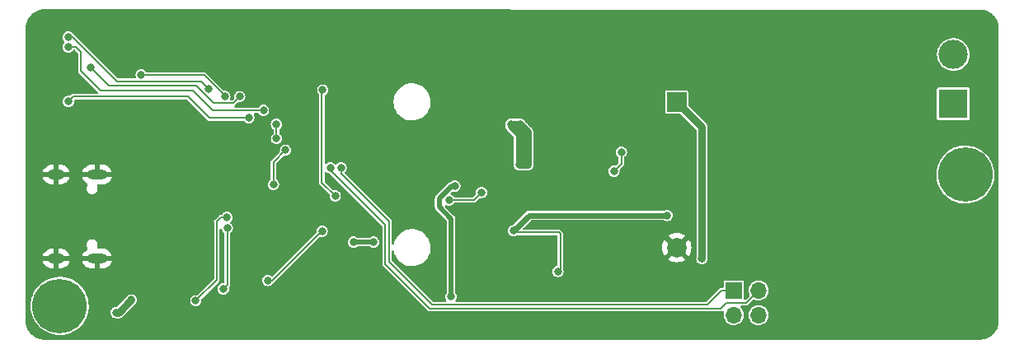
<source format=gbl>
G04 #@! TF.GenerationSoftware,KiCad,Pcbnew,6.0.11-2627ca5db0~126~ubuntu22.04.1*
G04 #@! TF.CreationDate,2024-05-05T15:56:36-04:00*
G04 #@! TF.ProjectId,board,626f6172-642e-46b6-9963-61645f706362,rev?*
G04 #@! TF.SameCoordinates,Original*
G04 #@! TF.FileFunction,Copper,L2,Bot*
G04 #@! TF.FilePolarity,Positive*
%FSLAX46Y46*%
G04 Gerber Fmt 4.6, Leading zero omitted, Abs format (unit mm)*
G04 Created by KiCad (PCBNEW 6.0.11-2627ca5db0~126~ubuntu22.04.1) date 2024-05-05 15:56:36*
%MOMM*%
%LPD*%
G01*
G04 APERTURE LIST*
G04 #@! TA.AperFunction,ComponentPad*
%ADD10R,3.000000X3.000000*%
G04 #@! TD*
G04 #@! TA.AperFunction,ComponentPad*
%ADD11C,3.000000*%
G04 #@! TD*
G04 #@! TA.AperFunction,ComponentPad*
%ADD12C,5.600000*%
G04 #@! TD*
G04 #@! TA.AperFunction,ComponentPad*
%ADD13O,2.100000X1.000000*%
G04 #@! TD*
G04 #@! TA.AperFunction,ComponentPad*
%ADD14O,1.800000X1.000000*%
G04 #@! TD*
G04 #@! TA.AperFunction,ComponentPad*
%ADD15R,1.700000X1.700000*%
G04 #@! TD*
G04 #@! TA.AperFunction,ComponentPad*
%ADD16O,1.700000X1.700000*%
G04 #@! TD*
G04 #@! TA.AperFunction,ComponentPad*
%ADD17R,2.000000X2.000000*%
G04 #@! TD*
G04 #@! TA.AperFunction,ComponentPad*
%ADD18C,2.000000*%
G04 #@! TD*
G04 #@! TA.AperFunction,ViaPad*
%ADD19C,0.800000*%
G04 #@! TD*
G04 #@! TA.AperFunction,Conductor*
%ADD20C,0.200000*%
G04 #@! TD*
G04 #@! TA.AperFunction,Conductor*
%ADD21C,0.500000*%
G04 #@! TD*
G04 #@! TA.AperFunction,Conductor*
%ADD22C,0.800000*%
G04 #@! TD*
G04 #@! TA.AperFunction,Conductor*
%ADD23C,0.600000*%
G04 #@! TD*
G04 APERTURE END LIST*
D10*
X192275000Y-67730000D03*
D11*
X192275000Y-62650000D03*
D12*
X193500000Y-75007500D03*
X100500000Y-88507500D03*
D13*
X104340000Y-83640000D03*
D14*
X100140000Y-75000000D03*
D13*
X104340000Y-75000000D03*
D14*
X100140000Y-83640000D03*
D15*
X169725000Y-86925000D03*
D16*
X172265000Y-86925000D03*
X169725000Y-89465000D03*
X172265000Y-89465000D03*
D17*
X163855000Y-67520000D03*
D18*
X163855000Y-82510000D03*
D19*
X140680000Y-87565000D03*
X141091057Y-76191428D03*
X166455000Y-83650000D03*
X145925000Y-83650000D03*
X108215000Y-67890000D03*
X143805000Y-75060000D03*
X112375000Y-80090000D03*
X112465000Y-78190000D03*
X161025000Y-75000000D03*
X119685000Y-83360000D03*
X121065000Y-77510000D03*
X121425000Y-71279500D03*
X113115000Y-74290000D03*
X118995000Y-62900000D03*
X109375000Y-75880000D03*
X154322500Y-77692500D03*
X113125000Y-76280000D03*
X138630000Y-77370000D03*
X157875000Y-81190000D03*
X117175000Y-71790000D03*
X113125000Y-75270000D03*
X119035000Y-79420000D03*
X147650000Y-59850000D03*
X163295000Y-74940000D03*
X110275000Y-88290000D03*
X157765000Y-84040000D03*
X100660000Y-70875000D03*
X132605000Y-77140000D03*
X127425000Y-77900000D03*
X125145000Y-61270000D03*
X160750000Y-87450000D03*
X109345000Y-79970000D03*
X153675000Y-83650000D03*
X122525000Y-79430000D03*
X136405000Y-78010000D03*
X127455000Y-78940000D03*
X118565000Y-85210000D03*
X153132500Y-77692500D03*
X144375000Y-78360000D03*
X111975000Y-60490000D03*
X101385000Y-59700000D03*
X121165000Y-79480000D03*
X108475000Y-61490000D03*
X101395000Y-62900000D03*
X154850000Y-87400000D03*
X107850000Y-86450000D03*
X156215000Y-76220000D03*
X131275000Y-61340000D03*
X119045000Y-77530000D03*
X110655000Y-83380000D03*
X129945000Y-87120000D03*
X124005000Y-83250000D03*
X149925000Y-85150000D03*
X130675000Y-81950000D03*
X122775000Y-71310000D03*
X107875000Y-87890000D03*
X147685000Y-73980000D03*
X146845000Y-69790000D03*
X122765000Y-69840000D03*
X132725000Y-81950000D03*
X148555000Y-74010000D03*
X106275000Y-89190000D03*
X147785000Y-69790000D03*
X147115000Y-80780000D03*
X151675000Y-84970000D03*
X162865000Y-79200000D03*
X119925000Y-69150000D03*
X101400000Y-67475000D03*
X108875000Y-64720500D03*
X117465000Y-66980500D03*
X103675000Y-63990000D03*
X118985000Y-66990000D03*
X121425000Y-68400000D03*
X101390000Y-61865000D03*
X101375000Y-60860000D03*
X115805000Y-66210000D03*
X122450552Y-76012207D03*
X123695000Y-72490000D03*
X143815000Y-76840000D03*
X140488900Y-77619500D03*
X128795000Y-77195000D03*
X127512500Y-66312500D03*
X121875000Y-85890000D03*
X127450000Y-80825000D03*
X158175480Y-72689520D03*
X157426799Y-74651799D03*
X129400000Y-74300000D03*
X128299520Y-74299520D03*
X114475000Y-87990000D03*
X117684500Y-79400000D03*
X117305000Y-86760000D03*
X117705000Y-80500000D03*
D20*
X128299520Y-74299520D02*
X128299520Y-74599520D01*
X133900000Y-84200000D02*
X138500000Y-88800000D01*
X138500000Y-88800000D02*
X168400000Y-88800000D01*
X128299520Y-74599520D02*
X133900000Y-80200000D01*
X133900000Y-80200000D02*
X133900000Y-84200000D01*
X168400000Y-88800000D02*
X169000000Y-88200000D01*
X169000000Y-88200000D02*
X170990000Y-88200000D01*
X170990000Y-88200000D02*
X172265000Y-86925000D01*
X129400000Y-74300000D02*
X129400000Y-74896666D01*
X167040000Y-88360000D02*
X168475000Y-86925000D01*
X129400000Y-74896666D02*
X134300000Y-79796666D01*
X134300000Y-79796666D02*
X134300000Y-83950000D01*
X134300000Y-83950000D02*
X138710000Y-88360000D01*
X138710000Y-88360000D02*
X167040000Y-88360000D01*
X168475000Y-86925000D02*
X169725000Y-86925000D01*
D21*
X140743174Y-76191428D02*
X139460000Y-77474602D01*
X140715000Y-79580000D02*
X140715000Y-87530000D01*
X139460000Y-78325000D02*
X140715000Y-79580000D01*
D22*
X166455000Y-83650000D02*
X166455000Y-70120000D01*
D21*
X139460000Y-77474602D02*
X139460000Y-78325000D01*
D22*
X166455000Y-70120000D02*
X163855000Y-67520000D01*
D21*
X140715000Y-87530000D02*
X140680000Y-87565000D01*
X141091057Y-76191428D02*
X140743174Y-76191428D01*
D22*
X146845000Y-69790000D02*
X147785000Y-69790000D01*
X146845000Y-69790000D02*
X146845000Y-69990000D01*
X147765000Y-69810000D02*
X147785000Y-69790000D01*
X147685000Y-73980000D02*
X148525000Y-73980000D01*
X147245000Y-70190000D02*
X146845000Y-69790000D01*
D20*
X122775000Y-69850000D02*
X122765000Y-69840000D01*
D22*
X148115000Y-70190000D02*
X147785000Y-69860000D01*
X148115000Y-73350000D02*
X148115000Y-70190000D01*
X106275000Y-89190000D02*
X106575000Y-89190000D01*
X148555000Y-70630000D02*
X148555000Y-74010000D01*
D20*
X122775000Y-71310000D02*
X122775000Y-69850000D01*
D22*
X147685000Y-73980000D02*
X147685000Y-73780000D01*
X106575000Y-89190000D02*
X107875000Y-87890000D01*
X148525000Y-73980000D02*
X148555000Y-74010000D01*
X147785000Y-69790000D02*
X147785000Y-69860000D01*
X147785000Y-69860000D02*
X148555000Y-70630000D01*
D21*
X132725000Y-81950000D02*
X130675000Y-81950000D01*
D22*
X147685000Y-70830000D02*
X147685000Y-73980000D01*
X147685000Y-73780000D02*
X148115000Y-73350000D01*
X146845000Y-69990000D02*
X147685000Y-70830000D01*
X148505000Y-73960000D02*
X148555000Y-74010000D01*
D20*
X151905000Y-84740000D02*
X151905000Y-81120000D01*
X151905000Y-81120000D02*
X151740000Y-80955000D01*
D23*
X148695000Y-79200000D02*
X147115000Y-80780000D01*
D20*
X151740000Y-80955000D02*
X147290000Y-80955000D01*
D23*
X162865000Y-79200000D02*
X148695000Y-79200000D01*
D20*
X147290000Y-80955000D02*
X147115000Y-80780000D01*
X151675000Y-84970000D02*
X151905000Y-84740000D01*
X113675000Y-66990000D02*
X115875000Y-69190000D01*
X119885000Y-69190000D02*
X119925000Y-69150000D01*
X101885000Y-66990000D02*
X113675000Y-66990000D01*
X115875000Y-69190000D02*
X119885000Y-69190000D01*
X101400000Y-67475000D02*
X101885000Y-66990000D01*
X108875000Y-64720500D02*
X108944500Y-64790000D01*
X115346666Y-64790000D02*
X117465000Y-66908334D01*
X108944500Y-64790000D02*
X115346666Y-64790000D01*
X117465000Y-66908334D02*
X117465000Y-66980500D01*
X116293834Y-67660500D02*
X114523334Y-65890000D01*
X118314500Y-67660500D02*
X116293834Y-67660500D01*
X105575000Y-65890000D02*
X103675000Y-63990000D01*
X114523334Y-65890000D02*
X105575000Y-65890000D01*
X118985000Y-66990000D02*
X118314500Y-67660500D01*
X116175000Y-68390000D02*
X121415000Y-68390000D01*
X121415000Y-68390000D02*
X121425000Y-68400000D01*
X104703334Y-66390000D02*
X114175000Y-66390000D01*
X114175000Y-66390000D02*
X116175000Y-68390000D01*
X101390000Y-61865000D02*
X102160000Y-61865000D01*
X102160000Y-61865000D02*
X102675000Y-62380000D01*
X102675000Y-64361666D02*
X104703334Y-66390000D01*
X102675000Y-62380000D02*
X102675000Y-64361666D01*
X101375000Y-60860000D02*
X101845000Y-60860000D01*
X101845000Y-60860000D02*
X106385000Y-65400000D01*
X106385000Y-65400000D02*
X114995000Y-65400000D01*
X114995000Y-65400000D02*
X115805000Y-66210000D01*
X122450552Y-73734448D02*
X122450552Y-76012207D01*
X123695000Y-72490000D02*
X122450552Y-73734448D01*
X143035500Y-77619500D02*
X140488900Y-77619500D01*
X143815000Y-76840000D02*
X143035500Y-77619500D01*
X127425000Y-75825000D02*
X128795000Y-77195000D01*
X127512500Y-66312500D02*
X127425000Y-66400000D01*
X127425000Y-66400000D02*
X127425000Y-75825000D01*
X121875000Y-85890000D02*
X122326666Y-85890000D01*
X122326666Y-85890000D02*
X127391666Y-80825000D01*
X127391666Y-80825000D02*
X127450000Y-80825000D01*
X158175480Y-73903118D02*
X157426799Y-74651799D01*
X158175480Y-72689520D02*
X158175480Y-73903118D01*
X114475000Y-87990000D02*
X116625000Y-85840000D01*
X116625000Y-79860000D02*
X117085000Y-79400000D01*
X117085000Y-79400000D02*
X117684500Y-79400000D01*
X116625000Y-85840000D02*
X116625000Y-79860000D01*
X117305000Y-86760000D02*
X117705000Y-86360000D01*
X117705000Y-86360000D02*
X117705000Y-80500000D01*
G04 #@! TA.AperFunction,Conductor*
G36*
X195588211Y-58098663D02*
G01*
X195628577Y-58105347D01*
X195648467Y-58112099D01*
X195651870Y-58113311D01*
X195759074Y-58153297D01*
X195770764Y-58158344D01*
X195896111Y-58220158D01*
X195900768Y-58222576D01*
X196002491Y-58278121D01*
X196012107Y-58283944D01*
X196087445Y-58334282D01*
X196127694Y-58361177D01*
X196133174Y-58365054D01*
X196199383Y-58414617D01*
X196226478Y-58434901D01*
X196234046Y-58441036D01*
X196338336Y-58532496D01*
X196344353Y-58538133D01*
X196426867Y-58620647D01*
X196432504Y-58626664D01*
X196523964Y-58730954D01*
X196530099Y-58738522D01*
X196599946Y-58831826D01*
X196603830Y-58837315D01*
X196681056Y-58952893D01*
X196686878Y-58962508D01*
X196713861Y-59011923D01*
X196742435Y-59064252D01*
X196744843Y-59068890D01*
X196806653Y-59194231D01*
X196811703Y-59205925D01*
X196851677Y-59313099D01*
X196852932Y-59316625D01*
X196898376Y-59450498D01*
X196902180Y-59464200D01*
X196902182Y-59464210D01*
X196922121Y-59555869D01*
X196925000Y-59582652D01*
X196925000Y-90397348D01*
X196922121Y-90424130D01*
X196902180Y-90515800D01*
X196898376Y-90529502D01*
X196852934Y-90663370D01*
X196851677Y-90666901D01*
X196811703Y-90774075D01*
X196806653Y-90785769D01*
X196744843Y-90911110D01*
X196742435Y-90915748D01*
X196713861Y-90968077D01*
X196686878Y-91017492D01*
X196681056Y-91027107D01*
X196603830Y-91142685D01*
X196599946Y-91148174D01*
X196563519Y-91196835D01*
X196530099Y-91241478D01*
X196523964Y-91249046D01*
X196432504Y-91353336D01*
X196426867Y-91359353D01*
X196344353Y-91441867D01*
X196338336Y-91447504D01*
X196234046Y-91538964D01*
X196226478Y-91545099D01*
X196133174Y-91614946D01*
X196127694Y-91618823D01*
X196087445Y-91645718D01*
X196012107Y-91696056D01*
X196002492Y-91701878D01*
X195953077Y-91728861D01*
X195900748Y-91757435D01*
X195896129Y-91759833D01*
X195838557Y-91788224D01*
X195770769Y-91821653D01*
X195759080Y-91826701D01*
X195651875Y-91866686D01*
X195648375Y-91867932D01*
X195514502Y-91913376D01*
X195500795Y-91917181D01*
X195464488Y-91925079D01*
X195392823Y-91940668D01*
X195390622Y-91941126D01*
X195248042Y-91969487D01*
X195232453Y-91971587D01*
X195142430Y-91978025D01*
X195142113Y-91978047D01*
X194979122Y-91988730D01*
X194970882Y-91989000D01*
X98979118Y-91989000D01*
X98970878Y-91988730D01*
X98807887Y-91978047D01*
X98807570Y-91978025D01*
X98717547Y-91971587D01*
X98701958Y-91969487D01*
X98559378Y-91941126D01*
X98557177Y-91940668D01*
X98485512Y-91925079D01*
X98449205Y-91917181D01*
X98435498Y-91913376D01*
X98301625Y-91867932D01*
X98298125Y-91866686D01*
X98190920Y-91826701D01*
X98179231Y-91821653D01*
X98111443Y-91788224D01*
X98053871Y-91759833D01*
X98049252Y-91757435D01*
X97996923Y-91728861D01*
X97947508Y-91701878D01*
X97937893Y-91696056D01*
X97862555Y-91645718D01*
X97822306Y-91618823D01*
X97816826Y-91614946D01*
X97723522Y-91545099D01*
X97715954Y-91538964D01*
X97611664Y-91447504D01*
X97605647Y-91441867D01*
X97523133Y-91359353D01*
X97517496Y-91353336D01*
X97426036Y-91249046D01*
X97419901Y-91241478D01*
X97386481Y-91196835D01*
X97350054Y-91148174D01*
X97346170Y-91142685D01*
X97268944Y-91027107D01*
X97263122Y-91017492D01*
X97236139Y-90968077D01*
X97207565Y-90915748D01*
X97205157Y-90911110D01*
X97143347Y-90785769D01*
X97138297Y-90774075D01*
X97098323Y-90666901D01*
X97097066Y-90663370D01*
X97051624Y-90529502D01*
X97047819Y-90515795D01*
X97027879Y-90424131D01*
X97024332Y-90407823D01*
X97023874Y-90405622D01*
X96995513Y-90263042D01*
X96993413Y-90247451D01*
X96990749Y-90210206D01*
X96986975Y-90157430D01*
X96986953Y-90157113D01*
X96976270Y-89994122D01*
X96976000Y-89985882D01*
X96976000Y-88413722D01*
X97515922Y-88413722D01*
X97516017Y-88417352D01*
X97516017Y-88417353D01*
X97520159Y-88575509D01*
X97524920Y-88757324D01*
X97525430Y-88760910D01*
X97525431Y-88760918D01*
X97541705Y-88875266D01*
X97573350Y-89097616D01*
X97574269Y-89101119D01*
X97574270Y-89101124D01*
X97644919Y-89370419D01*
X97660572Y-89430086D01*
X97785429Y-89750328D01*
X97787133Y-89753546D01*
X97910149Y-89985882D01*
X97946266Y-90054096D01*
X97948323Y-90057089D01*
X98138895Y-90334373D01*
X98138901Y-90334380D01*
X98140952Y-90337365D01*
X98366905Y-90596381D01*
X98369590Y-90598824D01*
X98579729Y-90790035D01*
X98621132Y-90827709D01*
X98900262Y-91028284D01*
X99200595Y-91195448D01*
X99518152Y-91326984D01*
X99521646Y-91327979D01*
X99521648Y-91327980D01*
X99845221Y-91420152D01*
X99845226Y-91420153D01*
X99848722Y-91421149D01*
X99852303Y-91421735D01*
X99852310Y-91421737D01*
X100184345Y-91476110D01*
X100184349Y-91476110D01*
X100187925Y-91476696D01*
X100191551Y-91476867D01*
X100527637Y-91492716D01*
X100527638Y-91492716D01*
X100531264Y-91492887D01*
X100543042Y-91492084D01*
X100870558Y-91469757D01*
X100870566Y-91469756D01*
X100874189Y-91469509D01*
X100877765Y-91468846D01*
X100877767Y-91468846D01*
X101208589Y-91407532D01*
X101208593Y-91407531D01*
X101212154Y-91406871D01*
X101471830Y-91326984D01*
X101537202Y-91306873D01*
X101540680Y-91305803D01*
X101855412Y-91167645D01*
X102152179Y-90994229D01*
X102155088Y-90992045D01*
X102424140Y-90790035D01*
X102424144Y-90790032D01*
X102427047Y-90787852D01*
X102676373Y-90551250D01*
X102896853Y-90287560D01*
X103085563Y-90000275D01*
X103166042Y-89840261D01*
X103238376Y-89696441D01*
X103238379Y-89696433D01*
X103240003Y-89693205D01*
X103317017Y-89482754D01*
X103356878Y-89373830D01*
X103356879Y-89373826D01*
X103358126Y-89370419D01*
X103358971Y-89366897D01*
X103358974Y-89366889D01*
X103401441Y-89190000D01*
X105689491Y-89190000D01*
X105709442Y-89341541D01*
X105767934Y-89482754D01*
X105814459Y-89543386D01*
X105855954Y-89597464D01*
X105855957Y-89597467D01*
X105860983Y-89604017D01*
X105982245Y-89697066D01*
X106123459Y-89755558D01*
X106275000Y-89775509D01*
X106283188Y-89774431D01*
X106304859Y-89771578D01*
X106321305Y-89770500D01*
X106528702Y-89770500D01*
X106545147Y-89771578D01*
X106575000Y-89775508D01*
X106583189Y-89774430D01*
X106583190Y-89774430D01*
X106613035Y-89770501D01*
X106613045Y-89770500D01*
X106613047Y-89770500D01*
X106726541Y-89755558D01*
X106867754Y-89697066D01*
X106877220Y-89689803D01*
X106892158Y-89678340D01*
X106958572Y-89627379D01*
X106958574Y-89627377D01*
X106982467Y-89609043D01*
X106989017Y-89604017D01*
X107007357Y-89580116D01*
X107018218Y-89567733D01*
X108252733Y-88333218D01*
X108265116Y-88322357D01*
X108289017Y-88304017D01*
X108312377Y-88273574D01*
X108312379Y-88273572D01*
X108382066Y-88182754D01*
X108440558Y-88041541D01*
X108447344Y-87990000D01*
X113889491Y-87990000D01*
X113909442Y-88141541D01*
X113967934Y-88282754D01*
X113989599Y-88310988D01*
X114055954Y-88397464D01*
X114055957Y-88397467D01*
X114060983Y-88404017D01*
X114067533Y-88409043D01*
X114067534Y-88409044D01*
X114159436Y-88479564D01*
X114182245Y-88497066D01*
X114323459Y-88555558D01*
X114475000Y-88575509D01*
X114626541Y-88555558D01*
X114767755Y-88497066D01*
X114790564Y-88479564D01*
X114882466Y-88409044D01*
X114882467Y-88409043D01*
X114889017Y-88404017D01*
X114894043Y-88397467D01*
X114894046Y-88397464D01*
X114960401Y-88310988D01*
X114982066Y-88282754D01*
X115040558Y-88141541D01*
X115060509Y-87990000D01*
X115046652Y-87884749D01*
X115057591Y-87814601D01*
X115082479Y-87779208D01*
X116789024Y-86072663D01*
X116790582Y-86071318D01*
X116795138Y-86069091D01*
X116826120Y-86035692D01*
X116829400Y-86032287D01*
X116841792Y-86019895D01*
X116844392Y-86016104D01*
X116846205Y-86014039D01*
X116854469Y-86005131D01*
X116858293Y-86001009D01*
X116858294Y-86001008D01*
X116866203Y-85992482D01*
X116870513Y-85981678D01*
X116874252Y-85975764D01*
X116876477Y-85971597D01*
X116879311Y-85965202D01*
X116885890Y-85955611D01*
X116891060Y-85933827D01*
X116896625Y-85916230D01*
X116901630Y-85903684D01*
X116901630Y-85903683D01*
X116904924Y-85895427D01*
X116905500Y-85889553D01*
X116905500Y-85886472D01*
X116905650Y-85883402D01*
X116906004Y-85883419D01*
X116906769Y-85876878D01*
X116906763Y-85876878D01*
X116907331Y-85865260D01*
X116910018Y-85853939D01*
X116906651Y-85829198D01*
X116905500Y-85812207D01*
X116905500Y-80720200D01*
X116925502Y-80652079D01*
X116979158Y-80605586D01*
X117049432Y-80595482D01*
X117114012Y-80624976D01*
X117147909Y-80671982D01*
X117197934Y-80792754D01*
X117228961Y-80833189D01*
X117285954Y-80907464D01*
X117285957Y-80907467D01*
X117290983Y-80914017D01*
X117297533Y-80919043D01*
X117297534Y-80919044D01*
X117375205Y-80978644D01*
X117417072Y-81035983D01*
X117424500Y-81078606D01*
X117424500Y-86049569D01*
X117404498Y-86117690D01*
X117350842Y-86164183D01*
X117304957Y-86174164D01*
X117305000Y-86174491D01*
X117153459Y-86194442D01*
X117012246Y-86252934D01*
X116890983Y-86345983D01*
X116797934Y-86467246D01*
X116739442Y-86608459D01*
X116719491Y-86760000D01*
X116739442Y-86911541D01*
X116797934Y-87052754D01*
X116831637Y-87096676D01*
X116885954Y-87167464D01*
X116885957Y-87167467D01*
X116890983Y-87174017D01*
X116897533Y-87179043D01*
X116897534Y-87179044D01*
X116906322Y-87185787D01*
X117012245Y-87267066D01*
X117153459Y-87325558D01*
X117305000Y-87345509D01*
X117456541Y-87325558D01*
X117597755Y-87267066D01*
X117703678Y-87185787D01*
X117712466Y-87179044D01*
X117712467Y-87179043D01*
X117719017Y-87174017D01*
X117724043Y-87167467D01*
X117724046Y-87167464D01*
X117778363Y-87096676D01*
X117812066Y-87052754D01*
X117870558Y-86911541D01*
X117890509Y-86760000D01*
X117876652Y-86654749D01*
X117887591Y-86584601D01*
X117912479Y-86549208D01*
X117921792Y-86539895D01*
X117924391Y-86536107D01*
X117926218Y-86534026D01*
X117938293Y-86521010D01*
X117938295Y-86521007D01*
X117946203Y-86512482D01*
X117950514Y-86501677D01*
X117954251Y-86495765D01*
X117956479Y-86491592D01*
X117959309Y-86485206D01*
X117965890Y-86475612D01*
X117971063Y-86453813D01*
X117976623Y-86436235D01*
X117984924Y-86415427D01*
X117985500Y-86409553D01*
X117985500Y-86406469D01*
X117985650Y-86403402D01*
X117986004Y-86403419D01*
X117986769Y-86396878D01*
X117986763Y-86396878D01*
X117987331Y-86385260D01*
X117990018Y-86373939D01*
X117987121Y-86352648D01*
X117986651Y-86349198D01*
X117985500Y-86332207D01*
X117985500Y-85890000D01*
X121289491Y-85890000D01*
X121309442Y-86041541D01*
X121367934Y-86182754D01*
X121414459Y-86243386D01*
X121455954Y-86297464D01*
X121455957Y-86297467D01*
X121460983Y-86304017D01*
X121582245Y-86397066D01*
X121723459Y-86455558D01*
X121875000Y-86475509D01*
X122026541Y-86455558D01*
X122167755Y-86397066D01*
X122289017Y-86304017D01*
X122372003Y-86195868D01*
X122423532Y-86157319D01*
X122429394Y-86156227D01*
X122448458Y-86144476D01*
X122464834Y-86135969D01*
X122477237Y-86130640D01*
X122485409Y-86127129D01*
X122489970Y-86123383D01*
X122492166Y-86121187D01*
X122494428Y-86119136D01*
X122494667Y-86119399D01*
X122499831Y-86115317D01*
X122499827Y-86115313D01*
X122508444Y-86107500D01*
X122518348Y-86101395D01*
X122533472Y-86081506D01*
X122544666Y-86068687D01*
X126663353Y-81950000D01*
X130089491Y-81950000D01*
X130109442Y-82101541D01*
X130167934Y-82242754D01*
X130214458Y-82303385D01*
X130255954Y-82357464D01*
X130255957Y-82357467D01*
X130260983Y-82364017D01*
X130267533Y-82369043D01*
X130267534Y-82369044D01*
X130375695Y-82452040D01*
X130382245Y-82457066D01*
X130523459Y-82515558D01*
X130675000Y-82535509D01*
X130826541Y-82515558D01*
X130967755Y-82457066D01*
X131033603Y-82406538D01*
X131099823Y-82380937D01*
X131110308Y-82380500D01*
X132289692Y-82380500D01*
X132357813Y-82400502D01*
X132366394Y-82406536D01*
X132432245Y-82457066D01*
X132573459Y-82515558D01*
X132725000Y-82535509D01*
X132876541Y-82515558D01*
X133017755Y-82457066D01*
X133024305Y-82452040D01*
X133132466Y-82369044D01*
X133132467Y-82369043D01*
X133139017Y-82364017D01*
X133144043Y-82357467D01*
X133144046Y-82357464D01*
X133185542Y-82303385D01*
X133232066Y-82242754D01*
X133290558Y-82101541D01*
X133310509Y-81950000D01*
X133290558Y-81798459D01*
X133232066Y-81657246D01*
X133185542Y-81596615D01*
X133144046Y-81542536D01*
X133144043Y-81542533D01*
X133139017Y-81535983D01*
X133083604Y-81493462D01*
X133024305Y-81447960D01*
X133017755Y-81442934D01*
X132876541Y-81384442D01*
X132725000Y-81364491D01*
X132573459Y-81384442D01*
X132432246Y-81442934D01*
X132373885Y-81487716D01*
X132366397Y-81493462D01*
X132300177Y-81519063D01*
X132289693Y-81519500D01*
X131110308Y-81519500D01*
X131042187Y-81499498D01*
X131033603Y-81493462D01*
X130974305Y-81447960D01*
X130967755Y-81442934D01*
X130826541Y-81384442D01*
X130675000Y-81364491D01*
X130523459Y-81384442D01*
X130382246Y-81442934D01*
X130260983Y-81535983D01*
X130167934Y-81657246D01*
X130109442Y-81798459D01*
X130089491Y-81950000D01*
X126663353Y-81950000D01*
X127188225Y-81425128D01*
X127250537Y-81391102D01*
X127298238Y-81392237D01*
X127298459Y-81390558D01*
X127450000Y-81410509D01*
X127601541Y-81390558D01*
X127742755Y-81332066D01*
X127772609Y-81309158D01*
X127857466Y-81244044D01*
X127857467Y-81244043D01*
X127864017Y-81239017D01*
X127869043Y-81232467D01*
X127869046Y-81232464D01*
X127920970Y-81164795D01*
X127957066Y-81117754D01*
X128015558Y-80976541D01*
X128035509Y-80825000D01*
X128015558Y-80673459D01*
X127957066Y-80532246D01*
X127901173Y-80459405D01*
X127869046Y-80417536D01*
X127869043Y-80417533D01*
X127864017Y-80410983D01*
X127742755Y-80317934D01*
X127601541Y-80259442D01*
X127450000Y-80239491D01*
X127298459Y-80259442D01*
X127157246Y-80317934D01*
X127035983Y-80410983D01*
X126942934Y-80532246D01*
X126884442Y-80673459D01*
X126864491Y-80825000D01*
X126865569Y-80833188D01*
X126865569Y-80833189D01*
X126871561Y-80878704D01*
X126860622Y-80948853D01*
X126835734Y-80984245D01*
X122398261Y-85421718D01*
X122335949Y-85455744D01*
X122265134Y-85450679D01*
X122232462Y-85432585D01*
X122174309Y-85387962D01*
X122174303Y-85387959D01*
X122167755Y-85382934D01*
X122026541Y-85324442D01*
X121875000Y-85304491D01*
X121723459Y-85324442D01*
X121582246Y-85382934D01*
X121460983Y-85475983D01*
X121367934Y-85597246D01*
X121309442Y-85738459D01*
X121289491Y-85890000D01*
X117985500Y-85890000D01*
X117985500Y-81078606D01*
X118005502Y-81010485D01*
X118034795Y-80978644D01*
X118112466Y-80919044D01*
X118112467Y-80919043D01*
X118119017Y-80914017D01*
X118124043Y-80907467D01*
X118124046Y-80907464D01*
X118181039Y-80833189D01*
X118212066Y-80792754D01*
X118270558Y-80651541D01*
X118290509Y-80500000D01*
X118270558Y-80348459D01*
X118212066Y-80207246D01*
X118165542Y-80146615D01*
X118124046Y-80092536D01*
X118124043Y-80092533D01*
X118119017Y-80085983D01*
X118112467Y-80080957D01*
X118112463Y-80080953D01*
X118061825Y-80042097D01*
X118019958Y-79984759D01*
X118015736Y-79913888D01*
X118050500Y-79851985D01*
X118061824Y-79842173D01*
X118091966Y-79819044D01*
X118091967Y-79819043D01*
X118098517Y-79814017D01*
X118103543Y-79807467D01*
X118103546Y-79807464D01*
X118165252Y-79727047D01*
X118191566Y-79692754D01*
X118250058Y-79551541D01*
X118270009Y-79400000D01*
X118250058Y-79248459D01*
X118191566Y-79107246D01*
X118140601Y-79040828D01*
X118103546Y-78992536D01*
X118103543Y-78992533D01*
X118098517Y-78985983D01*
X117995907Y-78907246D01*
X117983805Y-78897960D01*
X117977255Y-78892934D01*
X117836041Y-78834442D01*
X117684500Y-78814491D01*
X117532959Y-78834442D01*
X117391746Y-78892934D01*
X117270483Y-78985983D01*
X117216260Y-79056648D01*
X117206731Y-79069066D01*
X117149393Y-79110933D01*
X117111497Y-79118273D01*
X117086863Y-79119198D01*
X117081187Y-79119411D01*
X117076461Y-79119500D01*
X117058910Y-79119500D01*
X117054395Y-79120341D01*
X117051613Y-79120521D01*
X117033892Y-79121186D01*
X117033889Y-79121187D01*
X117022265Y-79121623D01*
X117011575Y-79126215D01*
X117004752Y-79127753D01*
X117000221Y-79129130D01*
X116993710Y-79131642D01*
X116982272Y-79133773D01*
X116972367Y-79139879D01*
X116972366Y-79139879D01*
X116963211Y-79145522D01*
X116946833Y-79154030D01*
X116934428Y-79159359D01*
X116934421Y-79159363D01*
X116926256Y-79162871D01*
X116921696Y-79166617D01*
X116919506Y-79168807D01*
X116917249Y-79170854D01*
X116917011Y-79170591D01*
X116911835Y-79174683D01*
X116911839Y-79174687D01*
X116903222Y-79182500D01*
X116893318Y-79188605D01*
X116878194Y-79208494D01*
X116867000Y-79221313D01*
X116460976Y-79627337D01*
X116459418Y-79628682D01*
X116454862Y-79630909D01*
X116446951Y-79639437D01*
X116446950Y-79639438D01*
X116423880Y-79664308D01*
X116420600Y-79667713D01*
X116408208Y-79680105D01*
X116405609Y-79683893D01*
X116403786Y-79685970D01*
X116383797Y-79707518D01*
X116379488Y-79718320D01*
X116375756Y-79724223D01*
X116373522Y-79728406D01*
X116370691Y-79734795D01*
X116364109Y-79744389D01*
X116361423Y-79755709D01*
X116361422Y-79755711D01*
X116358939Y-79766176D01*
X116353373Y-79783776D01*
X116345076Y-79804573D01*
X116344500Y-79810447D01*
X116344500Y-79813531D01*
X116344350Y-79816598D01*
X116343997Y-79816581D01*
X116343231Y-79823125D01*
X116343237Y-79823125D01*
X116342669Y-79834738D01*
X116339982Y-79846061D01*
X116341551Y-79857590D01*
X116341551Y-79857591D01*
X116343349Y-79870802D01*
X116344500Y-79887793D01*
X116344500Y-85671623D01*
X116324498Y-85739744D01*
X116307595Y-85760718D01*
X114685792Y-87382521D01*
X114623480Y-87416547D01*
X114580252Y-87418348D01*
X114475000Y-87404491D01*
X114323459Y-87424442D01*
X114182246Y-87482934D01*
X114060983Y-87575983D01*
X113967934Y-87697246D01*
X113909442Y-87838459D01*
X113889491Y-87990000D01*
X108447344Y-87990000D01*
X108460509Y-87890000D01*
X108459431Y-87881811D01*
X108441637Y-87746645D01*
X108441636Y-87746643D01*
X108440559Y-87738459D01*
X108382066Y-87597246D01*
X108289018Y-87475982D01*
X108195848Y-87404491D01*
X108167755Y-87382934D01*
X108077402Y-87345509D01*
X108026542Y-87324442D01*
X107875000Y-87304491D01*
X107723459Y-87324442D01*
X107582246Y-87382934D01*
X107491428Y-87452621D01*
X107491426Y-87452623D01*
X107460983Y-87475983D01*
X107442643Y-87499884D01*
X107431782Y-87512267D01*
X106375385Y-88568664D01*
X106313073Y-88602690D01*
X106286290Y-88605569D01*
X106283188Y-88605569D01*
X106275000Y-88604491D01*
X106236953Y-88609500D01*
X106123459Y-88624442D01*
X106115832Y-88627601D01*
X106115829Y-88627602D01*
X106074426Y-88644752D01*
X105982246Y-88682934D01*
X105927198Y-88725174D01*
X105867536Y-88770954D01*
X105867533Y-88770957D01*
X105860983Y-88775983D01*
X105767934Y-88897245D01*
X105718417Y-89016792D01*
X105709442Y-89038459D01*
X105689491Y-89190000D01*
X103401441Y-89190000D01*
X103437519Y-89039725D01*
X103437520Y-89039721D01*
X103438366Y-89036196D01*
X103440714Y-89016792D01*
X103479324Y-88697743D01*
X103479325Y-88697736D01*
X103479660Y-88694964D01*
X103480138Y-88679774D01*
X103485463Y-88510297D01*
X103485551Y-88507500D01*
X103485090Y-88499498D01*
X103465974Y-88167969D01*
X103465973Y-88167964D01*
X103465765Y-88164349D01*
X103441289Y-88024110D01*
X103407293Y-87829320D01*
X103407291Y-87829313D01*
X103406669Y-87825747D01*
X103403368Y-87814601D01*
X103341244Y-87604873D01*
X103309048Y-87496181D01*
X103303227Y-87482532D01*
X103209178Y-87262040D01*
X103174193Y-87180019D01*
X103162923Y-87160259D01*
X103005685Y-86884592D01*
X103003894Y-86881452D01*
X102946711Y-86803606D01*
X102908664Y-86751812D01*
X102800407Y-86604438D01*
X102797053Y-86600828D01*
X102662059Y-86455558D01*
X102566429Y-86352648D01*
X102305061Y-86129419D01*
X102296079Y-86123383D01*
X102233772Y-86081515D01*
X102019769Y-85937711D01*
X101969696Y-85911866D01*
X101717553Y-85781725D01*
X101714333Y-85780063D01*
X101392802Y-85658567D01*
X101059436Y-85574831D01*
X100904481Y-85554431D01*
X100722260Y-85530441D01*
X100722252Y-85530440D01*
X100718656Y-85529967D01*
X100575779Y-85527722D01*
X100378620Y-85524625D01*
X100378616Y-85524625D01*
X100374978Y-85524568D01*
X100371364Y-85524929D01*
X100371358Y-85524929D01*
X100129634Y-85549056D01*
X100032957Y-85558706D01*
X99697126Y-85631929D01*
X99693699Y-85633102D01*
X99693693Y-85633104D01*
X99408265Y-85730828D01*
X99371937Y-85743266D01*
X99061700Y-85891242D01*
X99058621Y-85893173D01*
X99058620Y-85893174D01*
X98990270Y-85936050D01*
X98770527Y-86073894D01*
X98767691Y-86076166D01*
X98767684Y-86076171D01*
X98612952Y-86200135D01*
X98502276Y-86288803D01*
X98499733Y-86291373D01*
X98499725Y-86291380D01*
X98272489Y-86521010D01*
X98260505Y-86533120D01*
X98258264Y-86535978D01*
X98110936Y-86723873D01*
X98048417Y-86803606D01*
X97868824Y-87096676D01*
X97867297Y-87099966D01*
X97867292Y-87099975D01*
X97779865Y-87288320D01*
X97724105Y-87408445D01*
X97722965Y-87411892D01*
X97617318Y-87731337D01*
X97617315Y-87731347D01*
X97616179Y-87734783D01*
X97615443Y-87738338D01*
X97615442Y-87738341D01*
X97552434Y-88042595D01*
X97546477Y-88071362D01*
X97535951Y-88189305D01*
X97516340Y-88409044D01*
X97515922Y-88413722D01*
X96976000Y-88413722D01*
X96976000Y-83905768D01*
X98767425Y-83905768D01*
X98799138Y-84013521D01*
X98803731Y-84024889D01*
X98889607Y-84189154D01*
X98896321Y-84199415D01*
X99012468Y-84343873D01*
X99021046Y-84352632D01*
X99163039Y-84471778D01*
X99173159Y-84478708D01*
X99335585Y-84568002D01*
X99346858Y-84572834D01*
X99523538Y-84628880D01*
X99535532Y-84631430D01*
X99679761Y-84647607D01*
X99686785Y-84648000D01*
X99867885Y-84648000D01*
X99883124Y-84643525D01*
X99884329Y-84642135D01*
X99886000Y-84634452D01*
X99886000Y-84629885D01*
X100394000Y-84629885D01*
X100398475Y-84645124D01*
X100399865Y-84646329D01*
X100407548Y-84648000D01*
X100586657Y-84648000D01*
X100592805Y-84647699D01*
X100730603Y-84634188D01*
X100742638Y-84631805D01*
X100920076Y-84578233D01*
X100931416Y-84573559D01*
X101095077Y-84486540D01*
X101105294Y-84479751D01*
X101248933Y-84362603D01*
X101257637Y-84353959D01*
X101375784Y-84211144D01*
X101382644Y-84200973D01*
X101470804Y-84037924D01*
X101475556Y-84026619D01*
X101511250Y-83911308D01*
X101511331Y-83905768D01*
X102817425Y-83905768D01*
X102849138Y-84013521D01*
X102853731Y-84024889D01*
X102939607Y-84189154D01*
X102946321Y-84199415D01*
X103062468Y-84343873D01*
X103071046Y-84352632D01*
X103213039Y-84471778D01*
X103223159Y-84478708D01*
X103385585Y-84568002D01*
X103396858Y-84572834D01*
X103573538Y-84628880D01*
X103585532Y-84631430D01*
X103729761Y-84647607D01*
X103736785Y-84648000D01*
X104067885Y-84648000D01*
X104083124Y-84643525D01*
X104084329Y-84642135D01*
X104086000Y-84634452D01*
X104086000Y-84629885D01*
X104594000Y-84629885D01*
X104598475Y-84645124D01*
X104599865Y-84646329D01*
X104607548Y-84648000D01*
X104936657Y-84648000D01*
X104942805Y-84647699D01*
X105080603Y-84634188D01*
X105092638Y-84631805D01*
X105270076Y-84578233D01*
X105281416Y-84573559D01*
X105445077Y-84486540D01*
X105455294Y-84479751D01*
X105598933Y-84362603D01*
X105607637Y-84353959D01*
X105725784Y-84211144D01*
X105732644Y-84200973D01*
X105820804Y-84037924D01*
X105825556Y-84026619D01*
X105861250Y-83911308D01*
X105861456Y-83897205D01*
X105854701Y-83894000D01*
X104612115Y-83894000D01*
X104596876Y-83898475D01*
X104595671Y-83899865D01*
X104594000Y-83907548D01*
X104594000Y-84629885D01*
X104086000Y-84629885D01*
X104086000Y-83912115D01*
X104081525Y-83896876D01*
X104080135Y-83895671D01*
X104072452Y-83894000D01*
X102832076Y-83894000D01*
X102818545Y-83897973D01*
X102817425Y-83905768D01*
X101511331Y-83905768D01*
X101511456Y-83897205D01*
X101504701Y-83894000D01*
X100412115Y-83894000D01*
X100396876Y-83898475D01*
X100395671Y-83899865D01*
X100394000Y-83907548D01*
X100394000Y-84629885D01*
X99886000Y-84629885D01*
X99886000Y-83912115D01*
X99881525Y-83896876D01*
X99880135Y-83895671D01*
X99872452Y-83894000D01*
X98782076Y-83894000D01*
X98768545Y-83897973D01*
X98767425Y-83905768D01*
X96976000Y-83905768D01*
X96976000Y-83382795D01*
X98768544Y-83382795D01*
X98775299Y-83386000D01*
X99867885Y-83386000D01*
X99883124Y-83381525D01*
X99884329Y-83380135D01*
X99886000Y-83372452D01*
X99886000Y-83367885D01*
X100394000Y-83367885D01*
X100398475Y-83383124D01*
X100399865Y-83384329D01*
X100407548Y-83386000D01*
X101497924Y-83386000D01*
X101508839Y-83382795D01*
X102818544Y-83382795D01*
X102825299Y-83386000D01*
X105847924Y-83386000D01*
X105861455Y-83382027D01*
X105862575Y-83374232D01*
X105830862Y-83266479D01*
X105826269Y-83255111D01*
X105740393Y-83090846D01*
X105733679Y-83080585D01*
X105617532Y-82936127D01*
X105608954Y-82927368D01*
X105466961Y-82808222D01*
X105456841Y-82801292D01*
X105294415Y-82711998D01*
X105283142Y-82707166D01*
X105106462Y-82651120D01*
X105094468Y-82648570D01*
X104950239Y-82632393D01*
X104943215Y-82632000D01*
X104456691Y-82632000D01*
X104388570Y-82611998D01*
X104342077Y-82558342D01*
X104331973Y-82488068D01*
X104340282Y-82457782D01*
X104377527Y-82367865D01*
X104380687Y-82360236D01*
X104400466Y-82210000D01*
X104380687Y-82059764D01*
X104322698Y-81919767D01*
X104230451Y-81799549D01*
X104110233Y-81707302D01*
X103970236Y-81649313D01*
X103962048Y-81648235D01*
X103861807Y-81635038D01*
X103861806Y-81635038D01*
X103857720Y-81634500D01*
X103782280Y-81634500D01*
X103778194Y-81635038D01*
X103778193Y-81635038D01*
X103677952Y-81648235D01*
X103669764Y-81649313D01*
X103529767Y-81707302D01*
X103409549Y-81799549D01*
X103317302Y-81919767D01*
X103259313Y-82059764D01*
X103239534Y-82210000D01*
X103259313Y-82360236D01*
X103317302Y-82500233D01*
X103362629Y-82559303D01*
X103388228Y-82625523D01*
X103373963Y-82695071D01*
X103321818Y-82747258D01*
X103234923Y-82793460D01*
X103224706Y-82800249D01*
X103081067Y-82917397D01*
X103072363Y-82926041D01*
X102954216Y-83068856D01*
X102947356Y-83079027D01*
X102859196Y-83242076D01*
X102854444Y-83253381D01*
X102818750Y-83368692D01*
X102818544Y-83382795D01*
X101508839Y-83382795D01*
X101511455Y-83382027D01*
X101512575Y-83374232D01*
X101480862Y-83266479D01*
X101476269Y-83255111D01*
X101390393Y-83090846D01*
X101383679Y-83080585D01*
X101267532Y-82936127D01*
X101258954Y-82927368D01*
X101116961Y-82808222D01*
X101106841Y-82801292D01*
X100944415Y-82711998D01*
X100933142Y-82707166D01*
X100756462Y-82651120D01*
X100744468Y-82648570D01*
X100600239Y-82632393D01*
X100593215Y-82632000D01*
X100412115Y-82632000D01*
X100396876Y-82636475D01*
X100395671Y-82637865D01*
X100394000Y-82645548D01*
X100394000Y-83367885D01*
X99886000Y-83367885D01*
X99886000Y-82650115D01*
X99881525Y-82634876D01*
X99880135Y-82633671D01*
X99872452Y-82632000D01*
X99693343Y-82632000D01*
X99687195Y-82632301D01*
X99549397Y-82645812D01*
X99537362Y-82648195D01*
X99359924Y-82701767D01*
X99348584Y-82706441D01*
X99184923Y-82793460D01*
X99174706Y-82800249D01*
X99031067Y-82917397D01*
X99022363Y-82926041D01*
X98904216Y-83068856D01*
X98897356Y-83079027D01*
X98809196Y-83242076D01*
X98804444Y-83253381D01*
X98768750Y-83368692D01*
X98768544Y-83382795D01*
X96976000Y-83382795D01*
X96976000Y-75265768D01*
X98767425Y-75265768D01*
X98799138Y-75373521D01*
X98803731Y-75384889D01*
X98889607Y-75549154D01*
X98896321Y-75559415D01*
X99012468Y-75703873D01*
X99021046Y-75712632D01*
X99163039Y-75831778D01*
X99173159Y-75838708D01*
X99335585Y-75928002D01*
X99346858Y-75932834D01*
X99523538Y-75988880D01*
X99535532Y-75991430D01*
X99679761Y-76007607D01*
X99686785Y-76008000D01*
X99867885Y-76008000D01*
X99883124Y-76003525D01*
X99884329Y-76002135D01*
X99886000Y-75994452D01*
X99886000Y-75989885D01*
X100394000Y-75989885D01*
X100398475Y-76005124D01*
X100399865Y-76006329D01*
X100407548Y-76008000D01*
X100586657Y-76008000D01*
X100592805Y-76007699D01*
X100730603Y-75994188D01*
X100742638Y-75991805D01*
X100920076Y-75938233D01*
X100931416Y-75933559D01*
X101095077Y-75846540D01*
X101105294Y-75839751D01*
X101248933Y-75722603D01*
X101257637Y-75713959D01*
X101375784Y-75571144D01*
X101382644Y-75560973D01*
X101470804Y-75397924D01*
X101475556Y-75386619D01*
X101511250Y-75271308D01*
X101511331Y-75265768D01*
X102817425Y-75265768D01*
X102849138Y-75373521D01*
X102853731Y-75384889D01*
X102939607Y-75549154D01*
X102946321Y-75559415D01*
X103062468Y-75703873D01*
X103071046Y-75712632D01*
X103213039Y-75831778D01*
X103223156Y-75838705D01*
X103323250Y-75893733D01*
X103373308Y-75944078D01*
X103388201Y-76013495D01*
X103362510Y-76080851D01*
X103317302Y-76139767D01*
X103259313Y-76279764D01*
X103239534Y-76430000D01*
X103259313Y-76580236D01*
X103317302Y-76720233D01*
X103409549Y-76840451D01*
X103529767Y-76932698D01*
X103669764Y-76990687D01*
X103782280Y-77005500D01*
X103857720Y-77005500D01*
X103970236Y-76990687D01*
X104110233Y-76932698D01*
X104230451Y-76840451D01*
X104322698Y-76720233D01*
X104380687Y-76580236D01*
X104400466Y-76430000D01*
X104380687Y-76279764D01*
X104367091Y-76246940D01*
X104340282Y-76182218D01*
X104332693Y-76111628D01*
X104364472Y-76048141D01*
X104425036Y-76012207D01*
X121865043Y-76012207D01*
X121884994Y-76163748D01*
X121943486Y-76304961D01*
X121972651Y-76342969D01*
X122031506Y-76419671D01*
X122031509Y-76419674D01*
X122036535Y-76426224D01*
X122043085Y-76431250D01*
X122043086Y-76431251D01*
X122133039Y-76500275D01*
X122157797Y-76519273D01*
X122299011Y-76577765D01*
X122450552Y-76597716D01*
X122602093Y-76577765D01*
X122743307Y-76519273D01*
X122768065Y-76500275D01*
X122858018Y-76431251D01*
X122858019Y-76431250D01*
X122864569Y-76426224D01*
X122869595Y-76419674D01*
X122869598Y-76419671D01*
X122928453Y-76342969D01*
X122957618Y-76304961D01*
X123016110Y-76163748D01*
X123036061Y-76012207D01*
X123016110Y-75860666D01*
X122957618Y-75719453D01*
X122909407Y-75656623D01*
X122869598Y-75604743D01*
X122869595Y-75604740D01*
X122864569Y-75598190D01*
X122858018Y-75593163D01*
X122780347Y-75533563D01*
X122738480Y-75476224D01*
X122731052Y-75433601D01*
X122731052Y-73902825D01*
X122751054Y-73834704D01*
X122767957Y-73813730D01*
X123484208Y-73097479D01*
X123546520Y-73063453D01*
X123589748Y-73061652D01*
X123695000Y-73075509D01*
X123846541Y-73055558D01*
X123987755Y-72997066D01*
X124007032Y-72982274D01*
X124102466Y-72909044D01*
X124102467Y-72909043D01*
X124109017Y-72904017D01*
X124114043Y-72897467D01*
X124114046Y-72897464D01*
X124163609Y-72832872D01*
X124202066Y-72782754D01*
X124260558Y-72641541D01*
X124280509Y-72490000D01*
X124260558Y-72338459D01*
X124202066Y-72197246D01*
X124130524Y-72104011D01*
X124114046Y-72082536D01*
X124114043Y-72082533D01*
X124109017Y-72075983D01*
X124086033Y-72058346D01*
X123994305Y-71987960D01*
X123987755Y-71982934D01*
X123846541Y-71924442D01*
X123695000Y-71904491D01*
X123543459Y-71924442D01*
X123402246Y-71982934D01*
X123280983Y-72075983D01*
X123187934Y-72197246D01*
X123129442Y-72338459D01*
X123109491Y-72490000D01*
X123120282Y-72571959D01*
X123123348Y-72595250D01*
X123112409Y-72665399D01*
X123087521Y-72700792D01*
X122286528Y-73501785D01*
X122284970Y-73503130D01*
X122280414Y-73505357D01*
X122272503Y-73513885D01*
X122272502Y-73513886D01*
X122249432Y-73538756D01*
X122246152Y-73542161D01*
X122233760Y-73554553D01*
X122231161Y-73558341D01*
X122229338Y-73560418D01*
X122209349Y-73581966D01*
X122205040Y-73592768D01*
X122201308Y-73598671D01*
X122199074Y-73602854D01*
X122196243Y-73609243D01*
X122189661Y-73618837D01*
X122186975Y-73630157D01*
X122186974Y-73630159D01*
X122184491Y-73640624D01*
X122178925Y-73658224D01*
X122170628Y-73679021D01*
X122170052Y-73684895D01*
X122170052Y-73687979D01*
X122169902Y-73691046D01*
X122169549Y-73691029D01*
X122168783Y-73697573D01*
X122168789Y-73697573D01*
X122168221Y-73709186D01*
X122165534Y-73720509D01*
X122167103Y-73732038D01*
X122167103Y-73732039D01*
X122168901Y-73745250D01*
X122170052Y-73762241D01*
X122170052Y-75433603D01*
X122150050Y-75501724D01*
X122120761Y-75533561D01*
X122036535Y-75598190D01*
X121943486Y-75719453D01*
X121884994Y-75860666D01*
X121865043Y-76012207D01*
X104425036Y-76012207D01*
X104425530Y-76011914D01*
X104456691Y-76008000D01*
X104936657Y-76008000D01*
X104942805Y-76007699D01*
X105080603Y-75994188D01*
X105092638Y-75991805D01*
X105270076Y-75938233D01*
X105281416Y-75933559D01*
X105445077Y-75846540D01*
X105455294Y-75839751D01*
X105598933Y-75722603D01*
X105607637Y-75713959D01*
X105725784Y-75571144D01*
X105732644Y-75560973D01*
X105820804Y-75397924D01*
X105825556Y-75386619D01*
X105861250Y-75271308D01*
X105861456Y-75257205D01*
X105854701Y-75254000D01*
X102832076Y-75254000D01*
X102818545Y-75257973D01*
X102817425Y-75265768D01*
X101511331Y-75265768D01*
X101511456Y-75257205D01*
X101504701Y-75254000D01*
X100412115Y-75254000D01*
X100396876Y-75258475D01*
X100395671Y-75259865D01*
X100394000Y-75267548D01*
X100394000Y-75989885D01*
X99886000Y-75989885D01*
X99886000Y-75272115D01*
X99881525Y-75256876D01*
X99880135Y-75255671D01*
X99872452Y-75254000D01*
X98782076Y-75254000D01*
X98768545Y-75257973D01*
X98767425Y-75265768D01*
X96976000Y-75265768D01*
X96976000Y-74742795D01*
X98768544Y-74742795D01*
X98775299Y-74746000D01*
X99867885Y-74746000D01*
X99883124Y-74741525D01*
X99884329Y-74740135D01*
X99886000Y-74732452D01*
X99886000Y-74727885D01*
X100394000Y-74727885D01*
X100398475Y-74743124D01*
X100399865Y-74744329D01*
X100407548Y-74746000D01*
X101497924Y-74746000D01*
X101508839Y-74742795D01*
X102818544Y-74742795D01*
X102825299Y-74746000D01*
X104067885Y-74746000D01*
X104083124Y-74741525D01*
X104084329Y-74740135D01*
X104086000Y-74732452D01*
X104086000Y-74727885D01*
X104594000Y-74727885D01*
X104598475Y-74743124D01*
X104599865Y-74744329D01*
X104607548Y-74746000D01*
X105847924Y-74746000D01*
X105861455Y-74742027D01*
X105862575Y-74734232D01*
X105830862Y-74626479D01*
X105826269Y-74615111D01*
X105740393Y-74450846D01*
X105733679Y-74440585D01*
X105617532Y-74296127D01*
X105608954Y-74287368D01*
X105466961Y-74168222D01*
X105456841Y-74161292D01*
X105294415Y-74071998D01*
X105283142Y-74067166D01*
X105106462Y-74011120D01*
X105094468Y-74008570D01*
X104950239Y-73992393D01*
X104943215Y-73992000D01*
X104612115Y-73992000D01*
X104596876Y-73996475D01*
X104595671Y-73997865D01*
X104594000Y-74005548D01*
X104594000Y-74727885D01*
X104086000Y-74727885D01*
X104086000Y-74010115D01*
X104081525Y-73994876D01*
X104080135Y-73993671D01*
X104072452Y-73992000D01*
X103743343Y-73992000D01*
X103737195Y-73992301D01*
X103599397Y-74005812D01*
X103587362Y-74008195D01*
X103409924Y-74061767D01*
X103398584Y-74066441D01*
X103234923Y-74153460D01*
X103224706Y-74160249D01*
X103081067Y-74277397D01*
X103072363Y-74286041D01*
X102954216Y-74428856D01*
X102947356Y-74439027D01*
X102859196Y-74602076D01*
X102854444Y-74613381D01*
X102818750Y-74728692D01*
X102818544Y-74742795D01*
X101508839Y-74742795D01*
X101511455Y-74742027D01*
X101512575Y-74734232D01*
X101480862Y-74626479D01*
X101476269Y-74615111D01*
X101390393Y-74450846D01*
X101383679Y-74440585D01*
X101267532Y-74296127D01*
X101258954Y-74287368D01*
X101116961Y-74168222D01*
X101106841Y-74161292D01*
X100944415Y-74071998D01*
X100933142Y-74067166D01*
X100756462Y-74011120D01*
X100744468Y-74008570D01*
X100600239Y-73992393D01*
X100593215Y-73992000D01*
X100412115Y-73992000D01*
X100396876Y-73996475D01*
X100395671Y-73997865D01*
X100394000Y-74005548D01*
X100394000Y-74727885D01*
X99886000Y-74727885D01*
X99886000Y-74010115D01*
X99881525Y-73994876D01*
X99880135Y-73993671D01*
X99872452Y-73992000D01*
X99693343Y-73992000D01*
X99687195Y-73992301D01*
X99549397Y-74005812D01*
X99537362Y-74008195D01*
X99359924Y-74061767D01*
X99348584Y-74066441D01*
X99184923Y-74153460D01*
X99174706Y-74160249D01*
X99031067Y-74277397D01*
X99022363Y-74286041D01*
X98904216Y-74428856D01*
X98897356Y-74439027D01*
X98809196Y-74602076D01*
X98804444Y-74613381D01*
X98768750Y-74728692D01*
X98768544Y-74742795D01*
X96976000Y-74742795D01*
X96976000Y-69840000D01*
X122179491Y-69840000D01*
X122199442Y-69991541D01*
X122257934Y-70132754D01*
X122303873Y-70192623D01*
X122345954Y-70247464D01*
X122345957Y-70247467D01*
X122350983Y-70254017D01*
X122425205Y-70310970D01*
X122445205Y-70326317D01*
X122487072Y-70383655D01*
X122494500Y-70426279D01*
X122494500Y-70731396D01*
X122474498Y-70799517D01*
X122445209Y-70831354D01*
X122360983Y-70895983D01*
X122267934Y-71017246D01*
X122209442Y-71158459D01*
X122189491Y-71310000D01*
X122209442Y-71461541D01*
X122267934Y-71602754D01*
X122314458Y-71663385D01*
X122355954Y-71717464D01*
X122355957Y-71717467D01*
X122360983Y-71724017D01*
X122482245Y-71817066D01*
X122623459Y-71875558D01*
X122775000Y-71895509D01*
X122926541Y-71875558D01*
X123067755Y-71817066D01*
X123189017Y-71724017D01*
X123194043Y-71717467D01*
X123194046Y-71717464D01*
X123235541Y-71663386D01*
X123282066Y-71602754D01*
X123340558Y-71461541D01*
X123360509Y-71310000D01*
X123340558Y-71158459D01*
X123282066Y-71017246D01*
X123235541Y-70956614D01*
X123194046Y-70902536D01*
X123194043Y-70902533D01*
X123189017Y-70895983D01*
X123104795Y-70831356D01*
X123062928Y-70774017D01*
X123055500Y-70731394D01*
X123055500Y-70410932D01*
X123075502Y-70342811D01*
X123104796Y-70310970D01*
X123172462Y-70259047D01*
X123179017Y-70254017D01*
X123184043Y-70247467D01*
X123184046Y-70247464D01*
X123226127Y-70192623D01*
X123272066Y-70132754D01*
X123330558Y-69991541D01*
X123350509Y-69840000D01*
X123330558Y-69688459D01*
X123272066Y-69547246D01*
X123213563Y-69471004D01*
X123184046Y-69432536D01*
X123184043Y-69432533D01*
X123179017Y-69425983D01*
X123171657Y-69420335D01*
X123064305Y-69337960D01*
X123057755Y-69332934D01*
X122916541Y-69274442D01*
X122765000Y-69254491D01*
X122613459Y-69274442D01*
X122472246Y-69332934D01*
X122350983Y-69425983D01*
X122257934Y-69547246D01*
X122199442Y-69688459D01*
X122179491Y-69840000D01*
X96976000Y-69840000D01*
X96976000Y-60860000D01*
X100789491Y-60860000D01*
X100809442Y-61011541D01*
X100867934Y-61152754D01*
X100960983Y-61274017D01*
X100967533Y-61279043D01*
X100969395Y-61280905D01*
X101003421Y-61343217D01*
X100998356Y-61414032D01*
X100975062Y-61450277D01*
X100975983Y-61450983D01*
X100882934Y-61572246D01*
X100824442Y-61713459D01*
X100804491Y-61865000D01*
X100824442Y-62016541D01*
X100882934Y-62157754D01*
X100901850Y-62182405D01*
X100970954Y-62272464D01*
X100970957Y-62272467D01*
X100975983Y-62279017D01*
X101097245Y-62372066D01*
X101238459Y-62430558D01*
X101390000Y-62450509D01*
X101541541Y-62430558D01*
X101682755Y-62372066D01*
X101804017Y-62279017D01*
X101868644Y-62194794D01*
X101925979Y-62152929D01*
X101968604Y-62145500D01*
X101991623Y-62145500D01*
X102059744Y-62165502D01*
X102080718Y-62182405D01*
X102357595Y-62459282D01*
X102391621Y-62521594D01*
X102394500Y-62548377D01*
X102394500Y-64313133D01*
X102394350Y-64315181D01*
X102392702Y-64319980D01*
X102394390Y-64364935D01*
X102394411Y-64365493D01*
X102394500Y-64370221D01*
X102394500Y-64387756D01*
X102395341Y-64392268D01*
X102395521Y-64395052D01*
X102396186Y-64412774D01*
X102396187Y-64412777D01*
X102396623Y-64424401D01*
X102401215Y-64435091D01*
X102402753Y-64441914D01*
X102404131Y-64446450D01*
X102406643Y-64452960D01*
X102408773Y-64464394D01*
X102414877Y-64474296D01*
X102420524Y-64483458D01*
X102429031Y-64499834D01*
X102437871Y-64520409D01*
X102441617Y-64524970D01*
X102443813Y-64527166D01*
X102445864Y-64529428D01*
X102445601Y-64529667D01*
X102449683Y-64534831D01*
X102449687Y-64534827D01*
X102457500Y-64543444D01*
X102463605Y-64553348D01*
X102483494Y-64568472D01*
X102496313Y-64579666D01*
X104411052Y-66494405D01*
X104445078Y-66556717D01*
X104440013Y-66627532D01*
X104397466Y-66684368D01*
X104330946Y-66709179D01*
X104321957Y-66709500D01*
X101933534Y-66709500D01*
X101931485Y-66709350D01*
X101926686Y-66707702D01*
X101915062Y-66708138D01*
X101915059Y-66708138D01*
X101881162Y-66709411D01*
X101876435Y-66709500D01*
X101858910Y-66709500D01*
X101854400Y-66710340D01*
X101851628Y-66710520D01*
X101822265Y-66711622D01*
X101811578Y-66716214D01*
X101804759Y-66717750D01*
X101800227Y-66719127D01*
X101793705Y-66721644D01*
X101782272Y-66723773D01*
X101765505Y-66734108D01*
X101763206Y-66735525D01*
X101746835Y-66744029D01*
X101734430Y-66749359D01*
X101734428Y-66749360D01*
X101726257Y-66752871D01*
X101721696Y-66756617D01*
X101719506Y-66758807D01*
X101717238Y-66760864D01*
X101716999Y-66760601D01*
X101711835Y-66764683D01*
X101711839Y-66764687D01*
X101703222Y-66772500D01*
X101693318Y-66778605D01*
X101678194Y-66798494D01*
X101667000Y-66811313D01*
X101610792Y-66867521D01*
X101548480Y-66901547D01*
X101505252Y-66903348D01*
X101400000Y-66889491D01*
X101248459Y-66909442D01*
X101107246Y-66967934D01*
X100985983Y-67060983D01*
X100892934Y-67182246D01*
X100834442Y-67323459D01*
X100814491Y-67475000D01*
X100834442Y-67626541D01*
X100892934Y-67767754D01*
X100928797Y-67814491D01*
X100980954Y-67882464D01*
X100980957Y-67882467D01*
X100985983Y-67889017D01*
X100992533Y-67894043D01*
X100992534Y-67894044D01*
X101056071Y-67942798D01*
X101107245Y-67982066D01*
X101248459Y-68040558D01*
X101400000Y-68060509D01*
X101551541Y-68040558D01*
X101692755Y-67982066D01*
X101743929Y-67942798D01*
X101807466Y-67894044D01*
X101807467Y-67894043D01*
X101814017Y-67889017D01*
X101819043Y-67882467D01*
X101819046Y-67882464D01*
X101871203Y-67814491D01*
X101907066Y-67767754D01*
X101965558Y-67626541D01*
X101985509Y-67475000D01*
X101977339Y-67412945D01*
X101988278Y-67342799D01*
X102035405Y-67289700D01*
X102102261Y-67270500D01*
X113506623Y-67270500D01*
X113574744Y-67290502D01*
X113595718Y-67307405D01*
X115642337Y-69354024D01*
X115643682Y-69355582D01*
X115645909Y-69360138D01*
X115654437Y-69368049D01*
X115654438Y-69368050D01*
X115679308Y-69391120D01*
X115682713Y-69394400D01*
X115695105Y-69406792D01*
X115698893Y-69409391D01*
X115700970Y-69411214D01*
X115722518Y-69431203D01*
X115733320Y-69435512D01*
X115739223Y-69439244D01*
X115743411Y-69441480D01*
X115749794Y-69444309D01*
X115759389Y-69450891D01*
X115781192Y-69456065D01*
X115798770Y-69461625D01*
X115819573Y-69469924D01*
X115825447Y-69470500D01*
X115828531Y-69470500D01*
X115831598Y-69470650D01*
X115831581Y-69471004D01*
X115838122Y-69471770D01*
X115838122Y-69471764D01*
X115849740Y-69472332D01*
X115861061Y-69475019D01*
X115872589Y-69473450D01*
X115872590Y-69473450D01*
X115885807Y-69471651D01*
X115902799Y-69470500D01*
X119377088Y-69470500D01*
X119445209Y-69490502D01*
X119477050Y-69519796D01*
X119505957Y-69557468D01*
X119505960Y-69557471D01*
X119510983Y-69564017D01*
X119632245Y-69657066D01*
X119773459Y-69715558D01*
X119925000Y-69735509D01*
X120076541Y-69715558D01*
X120217755Y-69657066D01*
X120294218Y-69598393D01*
X120332466Y-69569044D01*
X120332467Y-69569043D01*
X120339017Y-69564017D01*
X120344043Y-69557467D01*
X120344046Y-69557464D01*
X120385541Y-69503386D01*
X120432066Y-69442754D01*
X120490558Y-69301541D01*
X120510509Y-69150000D01*
X120490558Y-68998459D01*
X120432066Y-68857246D01*
X120431350Y-68856313D01*
X120415385Y-68790504D01*
X120438606Y-68723413D01*
X120494413Y-68679526D01*
X120541242Y-68670500D01*
X120838722Y-68670500D01*
X120906843Y-68690502D01*
X120938684Y-68719796D01*
X121005954Y-68807464D01*
X121005957Y-68807467D01*
X121010983Y-68814017D01*
X121132245Y-68907066D01*
X121273459Y-68965558D01*
X121425000Y-68985509D01*
X121576541Y-68965558D01*
X121717755Y-68907066D01*
X121839017Y-68814017D01*
X121844043Y-68807467D01*
X121844046Y-68807464D01*
X121890994Y-68746280D01*
X121932066Y-68692754D01*
X121990558Y-68551541D01*
X122010509Y-68400000D01*
X121990558Y-68248459D01*
X121932066Y-68107246D01*
X121878469Y-68037397D01*
X121844046Y-67992536D01*
X121844043Y-67992533D01*
X121839017Y-67985983D01*
X121827363Y-67977040D01*
X121724305Y-67897960D01*
X121717755Y-67892934D01*
X121576541Y-67834442D01*
X121425000Y-67814491D01*
X121273459Y-67834442D01*
X121132246Y-67892934D01*
X121010983Y-67985983D01*
X120986135Y-68018366D01*
X120954031Y-68060204D01*
X120896693Y-68102071D01*
X120854069Y-68109500D01*
X118566323Y-68109500D01*
X118498202Y-68089498D01*
X118451709Y-68035842D01*
X118441605Y-67965568D01*
X118471099Y-67900988D01*
X118477927Y-67894006D01*
X118477804Y-67893883D01*
X118479096Y-67892591D01*
X118480044Y-67891842D01*
X118481712Y-67890136D01*
X118482288Y-67889614D01*
X118482528Y-67889878D01*
X118487665Y-67885817D01*
X118487661Y-67885813D01*
X118496278Y-67878000D01*
X118506182Y-67871895D01*
X118521306Y-67852006D01*
X118532500Y-67839187D01*
X118774208Y-67597479D01*
X118836520Y-67563453D01*
X118879748Y-67561652D01*
X118985000Y-67575509D01*
X119136541Y-67555558D01*
X119277755Y-67497066D01*
X119295841Y-67483188D01*
X119392466Y-67409044D01*
X119392467Y-67409043D01*
X119399017Y-67404017D01*
X119404043Y-67397467D01*
X119404046Y-67397464D01*
X119454548Y-67331648D01*
X119492066Y-67282754D01*
X119550558Y-67141541D01*
X119570509Y-66990000D01*
X119550558Y-66838459D01*
X119492066Y-66697246D01*
X119441389Y-66631203D01*
X119404046Y-66582536D01*
X119404043Y-66582533D01*
X119399017Y-66575983D01*
X119380086Y-66561456D01*
X119284305Y-66487960D01*
X119277755Y-66482934D01*
X119136541Y-66424442D01*
X118985000Y-66404491D01*
X118833459Y-66424442D01*
X118692246Y-66482934D01*
X118570983Y-66575983D01*
X118477934Y-66697246D01*
X118419442Y-66838459D01*
X118399491Y-66990000D01*
X118400569Y-66998188D01*
X118413348Y-67095250D01*
X118402409Y-67165399D01*
X118377521Y-67200792D01*
X118235218Y-67343095D01*
X118172906Y-67377121D01*
X118146123Y-67380000D01*
X118116423Y-67380000D01*
X118048302Y-67359998D01*
X118001809Y-67306342D01*
X117991705Y-67236068D01*
X118000014Y-67205783D01*
X118027396Y-67139675D01*
X118027396Y-67139674D01*
X118030558Y-67132041D01*
X118050509Y-66980500D01*
X118030558Y-66828959D01*
X117972066Y-66687746D01*
X117912166Y-66609683D01*
X117884046Y-66573036D01*
X117884043Y-66573033D01*
X117879017Y-66566483D01*
X117864268Y-66555165D01*
X117764305Y-66478460D01*
X117757755Y-66473434D01*
X117616541Y-66414942D01*
X117465000Y-66394991D01*
X117456812Y-66396069D01*
X117456811Y-66396069D01*
X117423519Y-66400452D01*
X117353371Y-66389513D01*
X117317978Y-66364625D01*
X117265853Y-66312500D01*
X126926991Y-66312500D01*
X126946942Y-66464041D01*
X127005434Y-66605254D01*
X127098483Y-66726517D01*
X127105034Y-66731544D01*
X127107598Y-66734108D01*
X127141621Y-66796421D01*
X127144500Y-66823201D01*
X127144500Y-75776467D01*
X127144350Y-75778515D01*
X127142702Y-75783314D01*
X127143564Y-75806258D01*
X127144411Y-75828827D01*
X127144500Y-75833555D01*
X127144500Y-75851090D01*
X127145341Y-75855602D01*
X127145521Y-75858386D01*
X127146186Y-75876108D01*
X127146187Y-75876111D01*
X127146623Y-75887735D01*
X127151215Y-75898425D01*
X127152753Y-75905248D01*
X127154131Y-75909784D01*
X127156643Y-75916294D01*
X127158773Y-75927728D01*
X127168851Y-75944078D01*
X127170524Y-75946792D01*
X127179031Y-75963168D01*
X127187871Y-75983743D01*
X127191617Y-75988304D01*
X127193813Y-75990500D01*
X127195864Y-75992762D01*
X127195601Y-75993001D01*
X127199683Y-75998165D01*
X127199687Y-75998161D01*
X127207500Y-76006778D01*
X127213605Y-76016682D01*
X127233494Y-76031806D01*
X127246313Y-76043000D01*
X128187521Y-76984208D01*
X128221547Y-77046520D01*
X128223348Y-77089748D01*
X128209491Y-77195000D01*
X128229442Y-77346541D01*
X128287934Y-77487754D01*
X128334458Y-77548385D01*
X128375954Y-77602464D01*
X128375957Y-77602467D01*
X128380983Y-77609017D01*
X128502245Y-77702066D01*
X128643459Y-77760558D01*
X128795000Y-77780509D01*
X128946541Y-77760558D01*
X129087755Y-77702066D01*
X129209017Y-77609017D01*
X129214043Y-77602467D01*
X129214046Y-77602464D01*
X129255542Y-77548385D01*
X129302066Y-77487754D01*
X129360558Y-77346541D01*
X129380509Y-77195000D01*
X129360558Y-77043459D01*
X129302066Y-76902246D01*
X129214064Y-76787560D01*
X129214046Y-76787536D01*
X129214043Y-76787533D01*
X129209017Y-76780983D01*
X129202340Y-76775859D01*
X129094305Y-76692960D01*
X129087755Y-76687934D01*
X128946541Y-76629442D01*
X128795000Y-76609491D01*
X128689749Y-76623348D01*
X128619601Y-76612409D01*
X128584208Y-76587521D01*
X127742405Y-75745718D01*
X127708379Y-75683406D01*
X127705500Y-75656623D01*
X127705500Y-74830919D01*
X127725502Y-74762798D01*
X127779158Y-74716305D01*
X127849432Y-74706201D01*
X127908205Y-74730957D01*
X128006765Y-74806586D01*
X128142961Y-74863000D01*
X128142962Y-74863000D01*
X128147979Y-74865078D01*
X128147705Y-74865739D01*
X128198212Y-74894899D01*
X133582595Y-80279282D01*
X133616621Y-80341594D01*
X133619500Y-80368377D01*
X133619500Y-84151467D01*
X133619350Y-84153515D01*
X133617702Y-84158314D01*
X133618139Y-84169941D01*
X133619411Y-84203827D01*
X133619500Y-84208555D01*
X133619500Y-84226090D01*
X133620341Y-84230602D01*
X133620521Y-84233386D01*
X133621186Y-84251108D01*
X133621187Y-84251111D01*
X133621623Y-84262735D01*
X133626215Y-84273425D01*
X133627753Y-84280248D01*
X133629131Y-84284784D01*
X133631643Y-84291294D01*
X133633773Y-84302728D01*
X133639877Y-84312630D01*
X133645524Y-84321792D01*
X133654031Y-84338168D01*
X133662871Y-84358743D01*
X133666617Y-84363304D01*
X133668813Y-84365500D01*
X133670864Y-84367762D01*
X133670601Y-84368001D01*
X133674683Y-84373165D01*
X133674687Y-84373161D01*
X133682500Y-84381778D01*
X133688605Y-84391682D01*
X133708494Y-84406806D01*
X133721313Y-84418000D01*
X138267337Y-88964024D01*
X138268682Y-88965582D01*
X138270909Y-88970138D01*
X138279437Y-88978049D01*
X138279438Y-88978050D01*
X138304308Y-89001120D01*
X138307713Y-89004400D01*
X138320105Y-89016792D01*
X138323893Y-89019391D01*
X138325970Y-89021214D01*
X138328805Y-89023845D01*
X138338990Y-89033293D01*
X138338993Y-89033295D01*
X138347518Y-89041203D01*
X138358323Y-89045514D01*
X138364235Y-89049251D01*
X138368408Y-89051479D01*
X138374794Y-89054309D01*
X138384388Y-89060890D01*
X138406187Y-89066063D01*
X138423765Y-89071623D01*
X138444573Y-89079924D01*
X138450447Y-89080500D01*
X138453531Y-89080500D01*
X138456598Y-89080650D01*
X138456581Y-89081004D01*
X138463122Y-89081769D01*
X138463122Y-89081763D01*
X138474740Y-89082331D01*
X138486061Y-89085018D01*
X138497590Y-89083449D01*
X138497591Y-89083449D01*
X138510802Y-89081651D01*
X138527793Y-89080500D01*
X168351467Y-89080500D01*
X168353515Y-89080650D01*
X168358314Y-89082298D01*
X168403827Y-89080589D01*
X168408555Y-89080500D01*
X168426090Y-89080500D01*
X168430602Y-89079659D01*
X168433386Y-89079479D01*
X168451108Y-89078814D01*
X168451111Y-89078813D01*
X168462735Y-89078377D01*
X168473425Y-89073785D01*
X168480248Y-89072247D01*
X168484784Y-89070869D01*
X168491294Y-89068357D01*
X168502728Y-89066227D01*
X168521792Y-89054476D01*
X168538168Y-89045969D01*
X168558743Y-89037129D01*
X168559898Y-89039818D01*
X168614268Y-89025287D01*
X168681879Y-89046948D01*
X168727047Y-89101724D01*
X168735430Y-89172224D01*
X168731290Y-89189347D01*
X168712142Y-89249710D01*
X168689615Y-89450542D01*
X168690131Y-89456685D01*
X168704465Y-89627377D01*
X168706526Y-89651925D01*
X168708225Y-89657850D01*
X168733771Y-89746940D01*
X168762229Y-89846188D01*
X168765048Y-89851673D01*
X168851787Y-90020449D01*
X168851790Y-90020454D01*
X168854605Y-90025931D01*
X168980134Y-90184309D01*
X168984828Y-90188304D01*
X169104716Y-90290337D01*
X169134034Y-90315289D01*
X169139412Y-90318295D01*
X169139414Y-90318296D01*
X169173534Y-90337365D01*
X169310444Y-90413881D01*
X169502645Y-90476330D01*
X169703314Y-90500259D01*
X169709449Y-90499787D01*
X169709451Y-90499787D01*
X169898668Y-90485228D01*
X169898672Y-90485227D01*
X169904810Y-90484755D01*
X169910742Y-90483099D01*
X169910746Y-90483098D01*
X170093513Y-90432068D01*
X170093517Y-90432067D01*
X170099457Y-90430408D01*
X170104961Y-90427628D01*
X170104963Y-90427627D01*
X170274340Y-90342069D01*
X170274342Y-90342068D01*
X170279841Y-90339290D01*
X170439091Y-90214870D01*
X170571142Y-90061888D01*
X170670964Y-89886170D01*
X170734754Y-89694410D01*
X170736784Y-89678340D01*
X170759643Y-89497391D01*
X170759644Y-89497382D01*
X170760082Y-89493912D01*
X170760486Y-89465000D01*
X170759068Y-89450542D01*
X171229615Y-89450542D01*
X171230131Y-89456685D01*
X171244465Y-89627377D01*
X171246526Y-89651925D01*
X171248225Y-89657850D01*
X171273771Y-89746940D01*
X171302229Y-89846188D01*
X171305048Y-89851673D01*
X171391787Y-90020449D01*
X171391790Y-90020454D01*
X171394605Y-90025931D01*
X171520134Y-90184309D01*
X171524828Y-90188304D01*
X171644716Y-90290337D01*
X171674034Y-90315289D01*
X171679412Y-90318295D01*
X171679414Y-90318296D01*
X171713534Y-90337365D01*
X171850444Y-90413881D01*
X172042645Y-90476330D01*
X172243314Y-90500259D01*
X172249449Y-90499787D01*
X172249451Y-90499787D01*
X172438668Y-90485228D01*
X172438672Y-90485227D01*
X172444810Y-90484755D01*
X172450742Y-90483099D01*
X172450746Y-90483098D01*
X172633513Y-90432068D01*
X172633517Y-90432067D01*
X172639457Y-90430408D01*
X172644961Y-90427628D01*
X172644963Y-90427627D01*
X172814340Y-90342069D01*
X172814342Y-90342068D01*
X172819841Y-90339290D01*
X172979091Y-90214870D01*
X173111142Y-90061888D01*
X173210964Y-89886170D01*
X173274754Y-89694410D01*
X173276784Y-89678340D01*
X173299643Y-89497391D01*
X173299644Y-89497382D01*
X173300082Y-89493912D01*
X173300486Y-89465000D01*
X173280765Y-89263873D01*
X173278337Y-89255829D01*
X173224135Y-89076306D01*
X173222354Y-89070407D01*
X173127478Y-88891971D01*
X172999751Y-88735361D01*
X172844036Y-88606543D01*
X172838617Y-88603613D01*
X172838614Y-88603611D01*
X172671687Y-88513354D01*
X172671682Y-88513352D01*
X172666267Y-88510424D01*
X172576366Y-88482595D01*
X172479100Y-88452486D01*
X172479097Y-88452485D01*
X172473213Y-88450664D01*
X172467088Y-88450020D01*
X172467087Y-88450020D01*
X172278357Y-88430183D01*
X172278356Y-88430183D01*
X172272229Y-88429539D01*
X172188829Y-88437129D01*
X172077108Y-88447296D01*
X172077105Y-88447297D01*
X172070969Y-88447855D01*
X172065063Y-88449593D01*
X172065059Y-88449594D01*
X171960051Y-88480500D01*
X171877100Y-88504914D01*
X171698006Y-88598542D01*
X171540508Y-88725174D01*
X171536550Y-88729891D01*
X171536547Y-88729894D01*
X171463144Y-88817374D01*
X171410607Y-88879985D01*
X171407641Y-88885380D01*
X171407637Y-88885386D01*
X171316220Y-89051672D01*
X171316218Y-89051677D01*
X171313248Y-89057079D01*
X171311385Y-89062953D01*
X171311383Y-89062957D01*
X171276722Y-89172224D01*
X171252142Y-89249710D01*
X171229615Y-89450542D01*
X170759068Y-89450542D01*
X170740765Y-89263873D01*
X170738337Y-89255829D01*
X170684135Y-89076306D01*
X170682354Y-89070407D01*
X170587478Y-88891971D01*
X170459751Y-88735361D01*
X170421340Y-88703585D01*
X170381602Y-88644752D01*
X170379979Y-88573774D01*
X170416988Y-88513186D01*
X170480878Y-88482225D01*
X170501655Y-88480500D01*
X170941467Y-88480500D01*
X170943515Y-88480650D01*
X170948314Y-88482298D01*
X170993827Y-88480589D01*
X170998555Y-88480500D01*
X171016090Y-88480500D01*
X171020602Y-88479659D01*
X171023386Y-88479479D01*
X171041108Y-88478814D01*
X171041111Y-88478813D01*
X171052735Y-88478377D01*
X171063425Y-88473785D01*
X171070248Y-88472247D01*
X171074784Y-88470869D01*
X171081294Y-88468357D01*
X171092728Y-88466227D01*
X171111792Y-88454476D01*
X171128168Y-88445969D01*
X171140571Y-88440640D01*
X171148743Y-88437129D01*
X171153304Y-88433383D01*
X171155500Y-88431187D01*
X171157762Y-88429136D01*
X171158001Y-88429399D01*
X171163165Y-88425317D01*
X171163161Y-88425313D01*
X171171778Y-88417500D01*
X171181682Y-88411395D01*
X171196806Y-88391506D01*
X171208000Y-88378687D01*
X171694769Y-87891918D01*
X171757081Y-87857892D01*
X171827896Y-87862957D01*
X171844060Y-87870436D01*
X171845067Y-87870876D01*
X171850444Y-87873881D01*
X172042645Y-87936330D01*
X172243314Y-87960259D01*
X172249449Y-87959787D01*
X172249451Y-87959787D01*
X172438668Y-87945228D01*
X172438672Y-87945227D01*
X172444810Y-87944755D01*
X172450742Y-87943099D01*
X172450746Y-87943098D01*
X172633513Y-87892068D01*
X172633517Y-87892067D01*
X172639457Y-87890408D01*
X172644961Y-87887628D01*
X172644963Y-87887627D01*
X172814340Y-87802069D01*
X172814342Y-87802068D01*
X172819841Y-87799290D01*
X172979091Y-87674870D01*
X173039511Y-87604873D01*
X173107113Y-87526556D01*
X173107114Y-87526554D01*
X173111142Y-87521888D01*
X173210964Y-87346170D01*
X173274754Y-87154410D01*
X173276982Y-87136774D01*
X173299643Y-86957391D01*
X173299644Y-86957382D01*
X173300082Y-86953912D01*
X173300486Y-86925000D01*
X173280765Y-86723873D01*
X173278337Y-86715829D01*
X173224135Y-86536306D01*
X173222354Y-86530407D01*
X173127478Y-86351971D01*
X172999751Y-86195361D01*
X172844036Y-86066543D01*
X172838617Y-86063613D01*
X172838614Y-86063611D01*
X172671687Y-85973354D01*
X172671682Y-85973352D01*
X172666267Y-85970424D01*
X172617031Y-85955183D01*
X172479100Y-85912486D01*
X172479097Y-85912485D01*
X172473213Y-85910664D01*
X172467088Y-85910020D01*
X172467087Y-85910020D01*
X172278357Y-85890183D01*
X172278356Y-85890183D01*
X172272229Y-85889539D01*
X172204454Y-85895707D01*
X172077108Y-85907296D01*
X172077105Y-85907297D01*
X172070969Y-85907855D01*
X172065063Y-85909593D01*
X172065059Y-85909594D01*
X171924064Y-85951092D01*
X171877100Y-85964914D01*
X171820974Y-85994256D01*
X171745018Y-86033965D01*
X171698006Y-86058542D01*
X171540508Y-86185174D01*
X171536550Y-86189891D01*
X171536547Y-86189894D01*
X171483651Y-86252934D01*
X171410607Y-86339985D01*
X171407641Y-86345380D01*
X171407637Y-86345386D01*
X171316220Y-86511672D01*
X171316218Y-86511677D01*
X171313248Y-86517079D01*
X171311385Y-86522953D01*
X171311383Y-86522957D01*
X171264573Y-86670523D01*
X171252142Y-86709710D01*
X171229615Y-86910542D01*
X171230131Y-86916685D01*
X171245523Y-87099975D01*
X171246526Y-87111925D01*
X171248225Y-87117850D01*
X171297106Y-87288320D01*
X171302229Y-87306188D01*
X171305046Y-87311669D01*
X171305047Y-87311672D01*
X171322997Y-87346600D01*
X171336344Y-87416330D01*
X171309873Y-87482208D01*
X171300025Y-87493288D01*
X170970595Y-87822718D01*
X170908283Y-87856744D01*
X170837468Y-87851679D01*
X170780632Y-87809132D01*
X170755821Y-87742612D01*
X170755500Y-87733623D01*
X170755499Y-86063413D01*
X170755499Y-86057224D01*
X170745027Y-86004572D01*
X170705133Y-85944867D01*
X170645428Y-85904973D01*
X170592777Y-85894500D01*
X169725141Y-85894500D01*
X168857224Y-85894501D01*
X168804572Y-85904973D01*
X168794252Y-85911868D01*
X168794251Y-85911869D01*
X168774866Y-85924822D01*
X168744867Y-85944867D01*
X168704973Y-86004572D01*
X168694500Y-86057223D01*
X168694500Y-86518500D01*
X168674498Y-86586621D01*
X168620842Y-86633114D01*
X168568500Y-86644500D01*
X168523527Y-86644500D01*
X168521483Y-86644350D01*
X168516686Y-86642703D01*
X168505061Y-86643139D01*
X168505059Y-86643139D01*
X168471188Y-86644411D01*
X168466461Y-86644500D01*
X168448910Y-86644500D01*
X168444395Y-86645341D01*
X168441613Y-86645521D01*
X168435104Y-86645766D01*
X168412264Y-86646623D01*
X168401574Y-86651216D01*
X168394749Y-86652754D01*
X168390240Y-86654124D01*
X168383713Y-86656642D01*
X168372272Y-86658773D01*
X168362368Y-86664878D01*
X168353210Y-86670523D01*
X168336831Y-86679031D01*
X168324432Y-86684358D01*
X168324430Y-86684359D01*
X168316256Y-86687871D01*
X168311695Y-86691618D01*
X168309511Y-86693802D01*
X168307247Y-86695855D01*
X168307009Y-86695593D01*
X168301835Y-86699683D01*
X168301839Y-86699687D01*
X168293222Y-86707500D01*
X168283318Y-86713605D01*
X168268194Y-86733494D01*
X168257000Y-86746313D01*
X166960718Y-88042595D01*
X166898406Y-88076621D01*
X166871623Y-88079500D01*
X141272416Y-88079500D01*
X141204295Y-88059498D01*
X141157802Y-88005842D01*
X141147698Y-87935568D01*
X141172454Y-87876797D01*
X141187066Y-87857754D01*
X141245558Y-87716541D01*
X141265509Y-87565000D01*
X141245558Y-87413459D01*
X141187066Y-87272246D01*
X141182038Y-87265693D01*
X141182037Y-87265691D01*
X141171537Y-87252007D01*
X141145937Y-87185787D01*
X141145500Y-87175304D01*
X141145500Y-80780000D01*
X146529491Y-80780000D01*
X146549442Y-80931541D01*
X146607934Y-81072754D01*
X146642464Y-81117754D01*
X146695954Y-81187464D01*
X146695957Y-81187467D01*
X146700983Y-81194017D01*
X146707533Y-81199043D01*
X146707534Y-81199044D01*
X146809557Y-81277330D01*
X146822245Y-81287066D01*
X146963459Y-81345558D01*
X147115000Y-81365509D01*
X147266541Y-81345558D01*
X147407755Y-81287066D01*
X147441023Y-81261538D01*
X147507243Y-81235937D01*
X147517728Y-81235500D01*
X151498500Y-81235500D01*
X151566621Y-81255502D01*
X151613114Y-81309158D01*
X151624500Y-81361500D01*
X151624500Y-84281801D01*
X151604498Y-84349922D01*
X151550842Y-84396415D01*
X151531432Y-84403392D01*
X151523459Y-84404442D01*
X151515832Y-84407601D01*
X151515829Y-84407602D01*
X151452852Y-84433688D01*
X151382246Y-84462934D01*
X151260983Y-84555983D01*
X151167934Y-84677246D01*
X151109442Y-84818459D01*
X151089491Y-84970000D01*
X151109442Y-85121541D01*
X151167934Y-85262754D01*
X151214442Y-85323364D01*
X151255954Y-85377464D01*
X151255957Y-85377467D01*
X151260983Y-85384017D01*
X151382245Y-85477066D01*
X151523459Y-85535558D01*
X151675000Y-85555509D01*
X151826541Y-85535558D01*
X151967755Y-85477066D01*
X152089017Y-85384017D01*
X152094043Y-85377467D01*
X152094046Y-85377464D01*
X152135558Y-85323364D01*
X152182066Y-85262754D01*
X152240558Y-85121541D01*
X152260509Y-84970000D01*
X152240558Y-84818459D01*
X152195091Y-84708691D01*
X152185500Y-84660473D01*
X152185500Y-83742670D01*
X162987160Y-83742670D01*
X162992887Y-83750320D01*
X163164042Y-83855205D01*
X163172837Y-83859687D01*
X163382988Y-83946734D01*
X163392373Y-83949783D01*
X163613554Y-84002885D01*
X163623301Y-84004428D01*
X163850070Y-84022275D01*
X163859930Y-84022275D01*
X164086699Y-84004428D01*
X164096446Y-84002885D01*
X164317627Y-83949783D01*
X164327012Y-83946734D01*
X164537163Y-83859687D01*
X164545958Y-83855205D01*
X164713445Y-83752568D01*
X164722907Y-83742110D01*
X164719124Y-83733334D01*
X163867812Y-82882022D01*
X163853868Y-82874408D01*
X163852035Y-82874539D01*
X163845420Y-82878790D01*
X162993920Y-83730290D01*
X162987160Y-83742670D01*
X152185500Y-83742670D01*
X152185500Y-82514930D01*
X162342725Y-82514930D01*
X162360572Y-82741699D01*
X162362115Y-82751446D01*
X162415217Y-82972627D01*
X162418266Y-82982012D01*
X162505313Y-83192163D01*
X162509795Y-83200958D01*
X162612432Y-83368445D01*
X162622890Y-83377907D01*
X162631666Y-83374124D01*
X163482978Y-82522812D01*
X163489356Y-82511132D01*
X164219408Y-82511132D01*
X164219539Y-82512965D01*
X164223790Y-82519580D01*
X165075290Y-83371080D01*
X165087670Y-83377840D01*
X165095320Y-83372113D01*
X165200205Y-83200958D01*
X165204687Y-83192163D01*
X165291734Y-82982012D01*
X165294783Y-82972627D01*
X165347885Y-82751446D01*
X165349428Y-82741699D01*
X165367275Y-82514930D01*
X165367275Y-82505070D01*
X165349428Y-82278301D01*
X165347885Y-82268554D01*
X165294783Y-82047373D01*
X165291734Y-82037988D01*
X165204687Y-81827837D01*
X165200205Y-81819042D01*
X165097568Y-81651555D01*
X165087110Y-81642093D01*
X165078334Y-81645876D01*
X164227022Y-82497188D01*
X164219408Y-82511132D01*
X163489356Y-82511132D01*
X163490592Y-82508868D01*
X163490461Y-82507035D01*
X163486210Y-82500420D01*
X162634710Y-81648920D01*
X162622330Y-81642160D01*
X162614680Y-81647887D01*
X162509795Y-81819042D01*
X162505313Y-81827837D01*
X162418266Y-82037988D01*
X162415217Y-82047373D01*
X162362115Y-82268554D01*
X162360572Y-82278301D01*
X162342725Y-82505070D01*
X162342725Y-82514930D01*
X152185500Y-82514930D01*
X152185500Y-81277890D01*
X162987093Y-81277890D01*
X162990876Y-81286666D01*
X163842188Y-82137978D01*
X163856132Y-82145592D01*
X163857965Y-82145461D01*
X163864580Y-82141210D01*
X164716080Y-81289710D01*
X164722840Y-81277330D01*
X164717113Y-81269680D01*
X164545958Y-81164795D01*
X164537163Y-81160313D01*
X164327012Y-81073266D01*
X164317627Y-81070217D01*
X164096446Y-81017115D01*
X164086699Y-81015572D01*
X163859930Y-80997725D01*
X163850070Y-80997725D01*
X163623301Y-81015572D01*
X163613554Y-81017115D01*
X163392373Y-81070217D01*
X163382988Y-81073266D01*
X163172837Y-81160313D01*
X163164042Y-81164795D01*
X162996555Y-81267432D01*
X162987093Y-81277890D01*
X152185500Y-81277890D01*
X152185500Y-81168527D01*
X152185650Y-81166483D01*
X152187297Y-81161686D01*
X152185589Y-81116188D01*
X152185500Y-81111461D01*
X152185500Y-81093910D01*
X152184659Y-81089395D01*
X152184479Y-81086613D01*
X152183814Y-81068892D01*
X152183813Y-81068889D01*
X152183377Y-81057265D01*
X152178785Y-81046575D01*
X152177247Y-81039752D01*
X152175870Y-81035221D01*
X152173358Y-81028710D01*
X152171227Y-81017272D01*
X152164936Y-81007066D01*
X152159478Y-80998211D01*
X152150970Y-80981833D01*
X152145641Y-80969428D01*
X152145637Y-80969421D01*
X152142129Y-80961256D01*
X152138383Y-80956696D01*
X152136193Y-80954506D01*
X152134146Y-80952249D01*
X152134409Y-80952011D01*
X152130317Y-80946835D01*
X152130313Y-80946839D01*
X152122500Y-80938222D01*
X152116395Y-80928318D01*
X152096506Y-80913194D01*
X152083687Y-80902000D01*
X151972663Y-80790976D01*
X151971318Y-80789418D01*
X151969091Y-80784862D01*
X151935692Y-80753880D01*
X151932287Y-80750600D01*
X151919895Y-80738208D01*
X151916107Y-80735609D01*
X151914026Y-80733782D01*
X151901008Y-80721706D01*
X151892482Y-80713797D01*
X151881680Y-80709488D01*
X151875777Y-80705756D01*
X151871594Y-80703522D01*
X151865205Y-80700691D01*
X151855611Y-80694109D01*
X151844291Y-80691423D01*
X151844289Y-80691422D01*
X151833824Y-80688939D01*
X151816223Y-80683373D01*
X151814917Y-80682852D01*
X151795427Y-80675076D01*
X151789553Y-80674500D01*
X151786469Y-80674500D01*
X151783402Y-80674350D01*
X151783419Y-80673997D01*
X151776875Y-80673231D01*
X151776875Y-80673237D01*
X151765262Y-80672669D01*
X151753939Y-80669982D01*
X151742410Y-80671551D01*
X151742409Y-80671551D01*
X151729198Y-80673349D01*
X151712207Y-80674500D01*
X148204220Y-80674500D01*
X148136099Y-80654498D01*
X148089606Y-80600842D01*
X148079502Y-80530568D01*
X148108996Y-80465988D01*
X148115125Y-80459405D01*
X148857125Y-79717405D01*
X148919437Y-79683379D01*
X148946220Y-79680500D01*
X162494852Y-79680500D01*
X162557903Y-79699013D01*
X162558540Y-79697909D01*
X162565694Y-79702039D01*
X162572245Y-79707066D01*
X162713459Y-79765558D01*
X162865000Y-79785509D01*
X163016541Y-79765558D01*
X163157755Y-79707066D01*
X163168277Y-79698992D01*
X163272466Y-79619044D01*
X163272467Y-79619043D01*
X163279017Y-79614017D01*
X163284043Y-79607467D01*
X163284046Y-79607464D01*
X163326957Y-79551541D01*
X163372066Y-79492754D01*
X163430558Y-79351541D01*
X163450509Y-79200000D01*
X163430558Y-79048459D01*
X163372066Y-78907246D01*
X163325542Y-78846615D01*
X163284046Y-78792536D01*
X163284043Y-78792533D01*
X163279017Y-78785983D01*
X163270466Y-78779421D01*
X163164305Y-78697960D01*
X163157755Y-78692934D01*
X163016541Y-78634442D01*
X162865000Y-78614491D01*
X162713459Y-78634442D01*
X162705827Y-78637603D01*
X162705828Y-78637603D01*
X162579874Y-78689774D01*
X162579872Y-78689775D01*
X162572246Y-78692934D01*
X162565697Y-78697960D01*
X162558541Y-78702091D01*
X162556843Y-78699149D01*
X162505346Y-78719062D01*
X162494853Y-78719500D01*
X148762933Y-78719500D01*
X148751682Y-78718243D01*
X148751635Y-78718824D01*
X148742687Y-78718104D01*
X148733932Y-78716123D01*
X148699762Y-78718243D01*
X148683402Y-78719258D01*
X148675600Y-78719500D01*
X148660498Y-78719500D01*
X148656057Y-78720136D01*
X148656056Y-78720136D01*
X148650979Y-78720863D01*
X148640922Y-78721893D01*
X148623971Y-78722945D01*
X148605515Y-78724090D01*
X148605513Y-78724090D01*
X148596558Y-78724646D01*
X148588119Y-78727692D01*
X148582402Y-78728876D01*
X148573216Y-78731167D01*
X148567636Y-78732799D01*
X148558753Y-78734071D01*
X148550587Y-78737784D01*
X148550583Y-78737785D01*
X148518284Y-78752471D01*
X148508920Y-78756283D01*
X148499846Y-78759559D01*
X148475542Y-78768332D01*
X148475538Y-78768334D01*
X148467098Y-78771381D01*
X148459852Y-78776675D01*
X148454687Y-78779421D01*
X148446572Y-78784163D01*
X148441628Y-78787325D01*
X148433459Y-78791039D01*
X148399772Y-78820066D01*
X148391868Y-78826341D01*
X148381705Y-78833766D01*
X148371519Y-78843952D01*
X148364687Y-78850297D01*
X148329189Y-78880883D01*
X148324307Y-78888415D01*
X148318403Y-78895183D01*
X148318338Y-78895126D01*
X148309836Y-78905635D01*
X147036969Y-80178502D01*
X146979293Y-80209996D01*
X146979623Y-80211227D01*
X146971646Y-80213364D01*
X146963459Y-80214442D01*
X146955832Y-80217601D01*
X146955829Y-80217602D01*
X146902985Y-80239491D01*
X146822246Y-80272934D01*
X146700983Y-80365983D01*
X146607934Y-80487246D01*
X146549442Y-80628459D01*
X146529491Y-80780000D01*
X141145500Y-80780000D01*
X141145500Y-79613029D01*
X141146373Y-79598219D01*
X141149041Y-79575677D01*
X141150148Y-79566325D01*
X141140091Y-79511257D01*
X141139441Y-79507354D01*
X141132518Y-79461303D01*
X141132517Y-79461301D01*
X141131117Y-79451986D01*
X141128129Y-79445764D01*
X141126890Y-79438978D01*
X141122551Y-79430625D01*
X141122550Y-79430622D01*
X141101078Y-79389288D01*
X141099309Y-79385747D01*
X141079158Y-79343782D01*
X141079157Y-79343781D01*
X141075080Y-79335290D01*
X141070397Y-79330224D01*
X141067216Y-79324100D01*
X141063102Y-79319283D01*
X141027588Y-79283769D01*
X141024158Y-79280202D01*
X141002385Y-79256648D01*
X140987208Y-79240229D01*
X140981070Y-79236664D01*
X140975435Y-79231616D01*
X140087950Y-78344131D01*
X140053924Y-78281819D01*
X140058989Y-78211004D01*
X140101536Y-78154168D01*
X140168056Y-78129357D01*
X140225263Y-78138627D01*
X140259138Y-78152658D01*
X140337359Y-78185058D01*
X140488900Y-78205009D01*
X140640441Y-78185058D01*
X140781655Y-78126566D01*
X140902917Y-78033517D01*
X140967544Y-77949294D01*
X141024879Y-77907429D01*
X141067504Y-77900000D01*
X142986967Y-77900000D01*
X142989015Y-77900150D01*
X142993814Y-77901798D01*
X143039327Y-77900089D01*
X143044055Y-77900000D01*
X143061590Y-77900000D01*
X143066102Y-77899159D01*
X143068886Y-77898979D01*
X143086608Y-77898314D01*
X143086611Y-77898313D01*
X143098235Y-77897877D01*
X143108925Y-77893285D01*
X143115748Y-77891747D01*
X143120284Y-77890369D01*
X143126794Y-77887857D01*
X143138228Y-77885727D01*
X143157292Y-77873976D01*
X143173668Y-77865469D01*
X143186071Y-77860140D01*
X143194243Y-77856629D01*
X143198804Y-77852883D01*
X143201000Y-77850687D01*
X143203262Y-77848636D01*
X143203501Y-77848899D01*
X143208665Y-77844817D01*
X143208661Y-77844813D01*
X143217278Y-77837000D01*
X143227182Y-77830895D01*
X143242306Y-77811006D01*
X143253500Y-77798187D01*
X143604208Y-77447479D01*
X143666520Y-77413453D01*
X143709748Y-77411652D01*
X143815000Y-77425509D01*
X143966541Y-77405558D01*
X144107755Y-77347066D01*
X144136162Y-77325268D01*
X144222466Y-77259044D01*
X144222467Y-77259043D01*
X144229017Y-77254017D01*
X144234043Y-77247467D01*
X144234046Y-77247464D01*
X144275542Y-77193385D01*
X144322066Y-77132754D01*
X144380558Y-76991541D01*
X144400509Y-76840000D01*
X144380558Y-76688459D01*
X144322066Y-76547246D01*
X144267820Y-76476552D01*
X144234046Y-76432536D01*
X144234043Y-76432533D01*
X144229017Y-76425983D01*
X144130778Y-76350600D01*
X144114305Y-76337960D01*
X144107755Y-76332934D01*
X143966541Y-76274442D01*
X143815000Y-76254491D01*
X143663459Y-76274442D01*
X143522246Y-76332934D01*
X143400983Y-76425983D01*
X143307934Y-76547246D01*
X143249442Y-76688459D01*
X143229491Y-76840000D01*
X143238691Y-76909876D01*
X143243348Y-76945250D01*
X143232409Y-77015399D01*
X143207521Y-77050792D01*
X142956218Y-77302095D01*
X142893906Y-77336121D01*
X142867123Y-77339000D01*
X141067504Y-77339000D01*
X140999383Y-77318998D01*
X140967546Y-77289709D01*
X140902917Y-77205483D01*
X140889256Y-77195000D01*
X140788205Y-77117460D01*
X140781655Y-77112434D01*
X140707912Y-77081889D01*
X140652631Y-77037341D01*
X140630210Y-76969978D01*
X140647768Y-76901186D01*
X140667035Y-76876385D01*
X140771739Y-76771681D01*
X140834051Y-76737655D01*
X140909050Y-76744367D01*
X140939516Y-76756986D01*
X141091057Y-76776937D01*
X141242598Y-76756986D01*
X141383812Y-76698494D01*
X141401691Y-76684775D01*
X141498523Y-76610472D01*
X141498524Y-76610471D01*
X141505074Y-76605445D01*
X141510100Y-76598895D01*
X141510103Y-76598892D01*
X141554760Y-76540693D01*
X141598123Y-76484182D01*
X141656615Y-76342969D01*
X141676566Y-76191428D01*
X141656615Y-76039887D01*
X141598123Y-75898674D01*
X141544527Y-75828827D01*
X141510103Y-75783964D01*
X141510100Y-75783961D01*
X141505074Y-75777411D01*
X141463772Y-75745718D01*
X141390362Y-75689388D01*
X141383812Y-75684362D01*
X141242598Y-75625870D01*
X141091057Y-75605919D01*
X140939516Y-75625870D01*
X140798303Y-75684362D01*
X140721326Y-75743429D01*
X140663357Y-75768065D01*
X140624477Y-75773910D01*
X140624475Y-75773911D01*
X140615160Y-75775311D01*
X140608938Y-75778299D01*
X140602152Y-75779538D01*
X140593799Y-75783877D01*
X140593796Y-75783878D01*
X140552462Y-75805350D01*
X140548922Y-75807119D01*
X140498464Y-75831348D01*
X140493398Y-75836031D01*
X140487274Y-75839212D01*
X140482457Y-75843326D01*
X140446943Y-75878840D01*
X140443377Y-75882269D01*
X140403403Y-75919220D01*
X140399838Y-75925358D01*
X140394790Y-75930993D01*
X139178947Y-77146836D01*
X139167858Y-77156691D01*
X139142634Y-77176576D01*
X139110780Y-77222665D01*
X139108538Y-77225802D01*
X139075241Y-77270882D01*
X139072954Y-77277394D01*
X139069032Y-77283069D01*
X139066192Y-77292050D01*
X139052154Y-77336437D01*
X139050901Y-77340193D01*
X139035468Y-77384138D01*
X139035467Y-77384145D01*
X139032349Y-77393023D01*
X139032078Y-77399916D01*
X139029997Y-77406496D01*
X139029500Y-77412811D01*
X139029500Y-77463031D01*
X139029403Y-77467979D01*
X139027265Y-77522376D01*
X139029084Y-77529237D01*
X139029500Y-77536792D01*
X139029500Y-78291971D01*
X139028627Y-78306781D01*
X139024852Y-78338675D01*
X139026544Y-78347939D01*
X139026544Y-78347940D01*
X139034909Y-78393740D01*
X139035559Y-78397644D01*
X139043883Y-78453014D01*
X139046871Y-78459236D01*
X139048110Y-78466022D01*
X139052449Y-78474375D01*
X139052450Y-78474378D01*
X139073922Y-78515712D01*
X139075691Y-78519252D01*
X139099920Y-78569710D01*
X139104603Y-78574776D01*
X139107784Y-78580900D01*
X139111898Y-78585717D01*
X139147412Y-78621231D01*
X139150841Y-78624797D01*
X139187792Y-78664771D01*
X139193930Y-78668336D01*
X139199565Y-78673384D01*
X140247595Y-79721414D01*
X140281621Y-79783726D01*
X140284500Y-79810509D01*
X140284500Y-87084080D01*
X140264498Y-87152201D01*
X140258462Y-87160784D01*
X140246117Y-87176873D01*
X140172934Y-87272246D01*
X140114442Y-87413459D01*
X140094491Y-87565000D01*
X140114442Y-87716541D01*
X140172934Y-87857754D01*
X140187546Y-87876797D01*
X140213147Y-87943014D01*
X140198883Y-88012563D01*
X140149283Y-88063360D01*
X140087584Y-88079500D01*
X138878377Y-88079500D01*
X138810256Y-88059498D01*
X138789282Y-88042595D01*
X134617405Y-83870718D01*
X134583379Y-83808406D01*
X134580500Y-83781623D01*
X134580500Y-82930430D01*
X134600502Y-82862309D01*
X134654158Y-82815816D01*
X134724432Y-82805712D01*
X134789012Y-82835206D01*
X134828889Y-82900482D01*
X134876657Y-83095694D01*
X134980199Y-83351326D01*
X134982500Y-83355256D01*
X134982503Y-83355262D01*
X135117255Y-83585403D01*
X135117260Y-83585410D01*
X135119558Y-83589335D01*
X135122405Y-83592895D01*
X135242184Y-83742670D01*
X135291816Y-83804732D01*
X135295157Y-83807853D01*
X135431400Y-83935124D01*
X135493364Y-83993008D01*
X135719979Y-84150216D01*
X135724055Y-84152244D01*
X135724057Y-84152245D01*
X135962827Y-84271032D01*
X135962830Y-84271033D01*
X135966914Y-84273065D01*
X136228998Y-84358980D01*
X136233489Y-84359760D01*
X136233490Y-84359760D01*
X136496957Y-84405506D01*
X136496965Y-84405507D01*
X136500738Y-84406162D01*
X136504575Y-84406353D01*
X136586305Y-84410422D01*
X136586313Y-84410422D01*
X136587876Y-84410500D01*
X136760070Y-84410500D01*
X136762338Y-84410335D01*
X136762350Y-84410335D01*
X136896603Y-84400594D01*
X136965083Y-84395625D01*
X136969538Y-84394641D01*
X136969541Y-84394641D01*
X137229947Y-84337148D01*
X137229950Y-84337147D01*
X137234403Y-84336164D01*
X137492319Y-84238449D01*
X137514570Y-84226090D01*
X137729435Y-84106743D01*
X137729436Y-84106742D01*
X137733428Y-84104525D01*
X137936188Y-83949783D01*
X137949046Y-83939970D01*
X137949047Y-83939969D01*
X137952678Y-83937198D01*
X137955873Y-83933930D01*
X138142283Y-83743242D01*
X138142287Y-83743237D01*
X138145477Y-83739974D01*
X138183274Y-83688047D01*
X138305100Y-83520676D01*
X138305102Y-83520673D01*
X138307787Y-83516984D01*
X138436206Y-83272899D01*
X138528045Y-83012832D01*
X138554465Y-82878790D01*
X138580499Y-82746704D01*
X138580500Y-82746698D01*
X138581380Y-82742232D01*
X138581607Y-82737676D01*
X138594867Y-82471336D01*
X138594867Y-82471330D01*
X138595094Y-82466767D01*
X138568898Y-82192208D01*
X138563720Y-82171045D01*
X138504429Y-81928744D01*
X138503343Y-81924306D01*
X138399801Y-81668674D01*
X138397500Y-81664744D01*
X138397497Y-81664738D01*
X138262745Y-81434597D01*
X138262740Y-81434590D01*
X138260442Y-81430665D01*
X138228803Y-81391102D01*
X138091036Y-81218834D01*
X138091035Y-81218833D01*
X138088184Y-81215268D01*
X137982120Y-81116188D01*
X137889972Y-81030108D01*
X137889969Y-81030106D01*
X137886636Y-81026992D01*
X137660021Y-80869784D01*
X137586461Y-80833188D01*
X137417173Y-80748968D01*
X137417170Y-80748967D01*
X137413086Y-80746935D01*
X137151002Y-80661020D01*
X137140359Y-80659172D01*
X136883043Y-80614494D01*
X136883035Y-80614493D01*
X136879262Y-80613838D01*
X136869029Y-80613329D01*
X136793695Y-80609578D01*
X136793687Y-80609578D01*
X136792124Y-80609500D01*
X136619930Y-80609500D01*
X136617662Y-80609665D01*
X136617650Y-80609665D01*
X136483397Y-80619406D01*
X136414917Y-80624375D01*
X136410462Y-80625359D01*
X136410459Y-80625359D01*
X136150053Y-80682852D01*
X136150050Y-80682853D01*
X136145597Y-80683836D01*
X135887681Y-80781551D01*
X135883694Y-80783765D01*
X135883693Y-80783766D01*
X135659963Y-80908037D01*
X135646572Y-80915475D01*
X135602837Y-80948853D01*
X135431902Y-81079307D01*
X135427322Y-81082802D01*
X135424129Y-81086068D01*
X135424127Y-81086070D01*
X135237717Y-81276758D01*
X135237713Y-81276763D01*
X135234523Y-81280026D01*
X135231836Y-81283718D01*
X135231834Y-81283720D01*
X135118246Y-81439774D01*
X135072213Y-81503016D01*
X134943794Y-81747101D01*
X134851955Y-82007168D01*
X134833354Y-82101541D01*
X134830122Y-82117940D01*
X134797324Y-82180907D01*
X134735691Y-82216146D01*
X134664789Y-82212470D01*
X134607131Y-82171045D01*
X134581021Y-82105024D01*
X134580500Y-82093574D01*
X134580500Y-79845193D01*
X134580650Y-79843149D01*
X134582297Y-79838352D01*
X134581726Y-79823125D01*
X134580589Y-79792854D01*
X134580500Y-79788127D01*
X134580500Y-79770576D01*
X134579659Y-79766061D01*
X134579479Y-79763279D01*
X134578813Y-79745556D01*
X134578377Y-79733930D01*
X134573784Y-79723240D01*
X134572246Y-79716415D01*
X134570876Y-79711906D01*
X134568358Y-79705379D01*
X134566227Y-79693938D01*
X134554477Y-79674875D01*
X134545969Y-79658497D01*
X134540642Y-79646098D01*
X134540641Y-79646096D01*
X134537129Y-79637922D01*
X134533382Y-79633361D01*
X134531198Y-79631177D01*
X134529145Y-79628913D01*
X134529407Y-79628675D01*
X134525317Y-79623501D01*
X134525313Y-79623505D01*
X134517500Y-79614888D01*
X134511395Y-79604984D01*
X134491506Y-79589860D01*
X134478687Y-79578666D01*
X129802361Y-74902340D01*
X129768335Y-74840028D01*
X129773400Y-74769213D01*
X129802359Y-74724152D01*
X129807470Y-74719041D01*
X129814017Y-74714017D01*
X129861759Y-74651799D01*
X156841290Y-74651799D01*
X156861241Y-74803340D01*
X156919733Y-74944553D01*
X156945950Y-74978719D01*
X157007753Y-75059263D01*
X157007756Y-75059266D01*
X157012782Y-75065816D01*
X157134044Y-75158865D01*
X157275258Y-75217357D01*
X157426799Y-75237308D01*
X157578340Y-75217357D01*
X157719554Y-75158865D01*
X157840816Y-75065816D01*
X157845842Y-75059266D01*
X157845845Y-75059263D01*
X157907648Y-74978719D01*
X157933865Y-74944553D01*
X157992357Y-74803340D01*
X158012308Y-74651799D01*
X157998451Y-74546548D01*
X158009390Y-74476400D01*
X158034278Y-74441007D01*
X158339504Y-74135781D01*
X158341062Y-74134436D01*
X158345618Y-74132209D01*
X158376600Y-74098810D01*
X158379880Y-74095405D01*
X158392272Y-74083013D01*
X158394871Y-74079225D01*
X158396698Y-74077144D01*
X158408774Y-74064126D01*
X158416683Y-74055600D01*
X158420992Y-74044798D01*
X158424724Y-74038895D01*
X158426960Y-74034707D01*
X158429789Y-74028324D01*
X158436371Y-74018729D01*
X158441545Y-73996926D01*
X158447105Y-73979348D01*
X158455404Y-73958545D01*
X158455980Y-73952671D01*
X158455980Y-73949587D01*
X158456130Y-73946520D01*
X158456484Y-73946537D01*
X158457250Y-73939996D01*
X158457244Y-73939996D01*
X158457812Y-73928378D01*
X158460499Y-73917057D01*
X158457131Y-73892311D01*
X158455980Y-73875319D01*
X158455980Y-73268126D01*
X158475982Y-73200005D01*
X158505275Y-73168164D01*
X158582946Y-73108564D01*
X158582947Y-73108563D01*
X158589497Y-73103537D01*
X158594523Y-73096987D01*
X158594526Y-73096984D01*
X158645508Y-73030542D01*
X158682546Y-72982274D01*
X158741038Y-72841061D01*
X158760989Y-72689520D01*
X158741038Y-72537979D01*
X158682546Y-72396766D01*
X158631950Y-72330828D01*
X158594526Y-72282056D01*
X158594523Y-72282053D01*
X158589497Y-72275503D01*
X158497456Y-72204876D01*
X158474785Y-72187480D01*
X158468235Y-72182454D01*
X158327021Y-72123962D01*
X158175480Y-72104011D01*
X158023939Y-72123962D01*
X157882726Y-72182454D01*
X157761463Y-72275503D01*
X157668414Y-72396766D01*
X157609922Y-72537979D01*
X157589971Y-72689520D01*
X157609922Y-72841061D01*
X157668414Y-72982274D01*
X157705452Y-73030542D01*
X157756434Y-73096984D01*
X157756437Y-73096987D01*
X157761463Y-73103537D01*
X157768013Y-73108563D01*
X157768014Y-73108564D01*
X157845685Y-73168164D01*
X157887552Y-73225503D01*
X157894980Y-73268126D01*
X157894980Y-73734741D01*
X157874978Y-73802862D01*
X157858075Y-73823836D01*
X157637591Y-74044320D01*
X157575279Y-74078346D01*
X157532051Y-74080147D01*
X157426799Y-74066290D01*
X157275258Y-74086241D01*
X157134045Y-74144733D01*
X157012782Y-74237782D01*
X156919733Y-74359045D01*
X156861241Y-74500258D01*
X156841290Y-74651799D01*
X129861759Y-74651799D01*
X129907066Y-74592754D01*
X129965558Y-74451541D01*
X129985509Y-74300000D01*
X129965558Y-74148459D01*
X129907066Y-74007246D01*
X129829015Y-73905528D01*
X129819046Y-73892536D01*
X129819043Y-73892533D01*
X129814017Y-73885983D01*
X129805466Y-73879421D01*
X129699305Y-73797960D01*
X129692755Y-73792934D01*
X129551541Y-73734442D01*
X129400000Y-73714491D01*
X129248459Y-73734442D01*
X129107246Y-73792934D01*
X128985983Y-73885983D01*
X128980957Y-73892533D01*
X128949906Y-73932999D01*
X128892568Y-73974866D01*
X128821697Y-73979088D01*
X128759794Y-73944324D01*
X128749982Y-73932999D01*
X128728610Y-73905147D01*
X128713537Y-73885503D01*
X128690837Y-73868084D01*
X128598825Y-73797480D01*
X128592275Y-73792454D01*
X128451061Y-73733962D01*
X128299520Y-73714011D01*
X128147979Y-73733962D01*
X128006766Y-73792454D01*
X128000216Y-73797480D01*
X128000213Y-73797482D01*
X127908204Y-73868084D01*
X127841984Y-73893685D01*
X127772435Y-73879421D01*
X127721639Y-73829820D01*
X127705500Y-73768122D01*
X127705500Y-69790000D01*
X146259491Y-69790000D01*
X146260569Y-69798188D01*
X146263422Y-69819859D01*
X146264500Y-69836305D01*
X146264500Y-69943702D01*
X146263422Y-69960147D01*
X146259492Y-69990000D01*
X146264500Y-70028041D01*
X146264500Y-70028047D01*
X146271703Y-70082755D01*
X146279442Y-70141541D01*
X146282601Y-70149168D01*
X146282602Y-70149171D01*
X146308196Y-70210960D01*
X146337934Y-70282754D01*
X146407621Y-70373572D01*
X146407623Y-70373574D01*
X146430983Y-70404017D01*
X146454884Y-70422357D01*
X146467267Y-70433218D01*
X147067595Y-71033546D01*
X147101621Y-71095858D01*
X147104500Y-71122641D01*
X147104500Y-73733702D01*
X147103422Y-73750147D01*
X147099492Y-73780000D01*
X147100570Y-73788189D01*
X147103422Y-73809854D01*
X147104500Y-73826299D01*
X147104500Y-73933695D01*
X147103422Y-73950141D01*
X147099491Y-73980000D01*
X147104500Y-74018047D01*
X147119442Y-74131541D01*
X147122601Y-74139168D01*
X147122602Y-74139171D01*
X147135029Y-74169171D01*
X147177934Y-74272754D01*
X147218597Y-74325747D01*
X147265954Y-74387464D01*
X147265957Y-74387467D01*
X147270983Y-74394017D01*
X147277533Y-74399043D01*
X147277534Y-74399044D01*
X147355893Y-74459172D01*
X147392245Y-74487066D01*
X147481553Y-74524058D01*
X147533459Y-74545558D01*
X147601433Y-74554507D01*
X147685000Y-74565509D01*
X147693188Y-74564431D01*
X147714859Y-74561578D01*
X147731305Y-74560500D01*
X148342042Y-74560500D01*
X148390262Y-74570092D01*
X148395828Y-74572398D01*
X148395831Y-74572399D01*
X148403458Y-74575558D01*
X148421088Y-74577879D01*
X148555000Y-74595509D01*
X148563189Y-74594431D01*
X148698355Y-74576637D01*
X148698357Y-74576636D01*
X148706541Y-74575559D01*
X148806394Y-74534198D01*
X148847755Y-74517066D01*
X148886851Y-74487066D01*
X148969018Y-74424018D01*
X149062066Y-74302754D01*
X149120558Y-74161542D01*
X149140509Y-74010000D01*
X149136578Y-73980141D01*
X149135500Y-73963695D01*
X149135500Y-70676298D01*
X149136578Y-70659852D01*
X149139430Y-70638188D01*
X149140508Y-70630000D01*
X149135500Y-70591959D01*
X149135500Y-70591953D01*
X149122762Y-70495198D01*
X149120558Y-70478458D01*
X149093342Y-70412754D01*
X149062066Y-70337246D01*
X149020253Y-70282754D01*
X148992378Y-70246427D01*
X148992377Y-70246426D01*
X148969017Y-70215983D01*
X148945116Y-70197643D01*
X148932733Y-70186782D01*
X148558218Y-69812267D01*
X148547357Y-69799884D01*
X148529017Y-69775983D01*
X148505116Y-69757643D01*
X148492733Y-69746782D01*
X148344344Y-69598393D01*
X148317027Y-69557507D01*
X148315003Y-69552621D01*
X148292066Y-69497246D01*
X148199017Y-69375983D01*
X148176823Y-69358953D01*
X148168978Y-69352933D01*
X148116542Y-69312697D01*
X148077755Y-69282934D01*
X147936541Y-69224442D01*
X147785000Y-69204491D01*
X147776812Y-69205569D01*
X147755141Y-69208422D01*
X147738695Y-69209500D01*
X146891305Y-69209500D01*
X146874859Y-69208422D01*
X146853188Y-69205569D01*
X146845000Y-69204491D01*
X146836812Y-69205569D01*
X146806953Y-69209500D01*
X146767017Y-69214758D01*
X146767016Y-69214758D01*
X146744093Y-69217776D01*
X146693459Y-69224441D01*
X146552246Y-69282934D01*
X146545696Y-69287960D01*
X146437536Y-69370954D01*
X146437533Y-69370957D01*
X146430983Y-69375983D01*
X146425957Y-69382533D01*
X146425956Y-69382534D01*
X146357482Y-69471770D01*
X146337934Y-69497245D01*
X146334775Y-69504871D01*
X146334774Y-69504873D01*
X146312989Y-69557468D01*
X146286711Y-69620909D01*
X146279442Y-69638459D01*
X146259491Y-69790000D01*
X127705500Y-69790000D01*
X127705500Y-67563233D01*
X134784906Y-67563233D01*
X134811102Y-67837792D01*
X134812187Y-67842226D01*
X134812188Y-67842232D01*
X134865526Y-68060204D01*
X134876657Y-68105694D01*
X134980199Y-68361326D01*
X134982500Y-68365256D01*
X134982503Y-68365262D01*
X135117255Y-68595403D01*
X135117260Y-68595410D01*
X135119558Y-68599335D01*
X135122405Y-68602895D01*
X135286004Y-68807464D01*
X135291816Y-68814732D01*
X135295157Y-68817853D01*
X135394041Y-68910225D01*
X135493364Y-69003008D01*
X135719979Y-69160216D01*
X135724055Y-69162244D01*
X135724057Y-69162245D01*
X135962827Y-69281032D01*
X135962830Y-69281033D01*
X135966914Y-69283065D01*
X136228998Y-69368980D01*
X136233489Y-69369760D01*
X136233490Y-69369760D01*
X136496957Y-69415506D01*
X136496965Y-69415507D01*
X136500738Y-69416162D01*
X136504575Y-69416353D01*
X136586305Y-69420422D01*
X136586313Y-69420422D01*
X136587876Y-69420500D01*
X136760070Y-69420500D01*
X136762338Y-69420335D01*
X136762350Y-69420335D01*
X136909154Y-69409683D01*
X136965083Y-69405625D01*
X136969538Y-69404641D01*
X136969541Y-69404641D01*
X137229947Y-69347148D01*
X137229950Y-69347147D01*
X137234403Y-69346164D01*
X137492319Y-69248449D01*
X137537483Y-69223363D01*
X137729435Y-69116743D01*
X137729436Y-69116742D01*
X137733428Y-69114525D01*
X137952678Y-68947198D01*
X137955873Y-68943930D01*
X138142283Y-68753242D01*
X138142287Y-68753237D01*
X138145477Y-68749974D01*
X138148166Y-68746280D01*
X138305100Y-68530676D01*
X138305102Y-68530673D01*
X138307787Y-68526984D01*
X138436206Y-68282899D01*
X138528045Y-68022832D01*
X138553429Y-67894044D01*
X138580499Y-67756704D01*
X138580500Y-67756698D01*
X138581380Y-67752232D01*
X138587638Y-67626541D01*
X138594867Y-67481336D01*
X138594867Y-67481330D01*
X138595094Y-67476767D01*
X138568898Y-67202208D01*
X138565881Y-67189876D01*
X138504429Y-66938744D01*
X138503343Y-66934306D01*
X138399801Y-66678674D01*
X138397500Y-66674744D01*
X138397497Y-66674738D01*
X138296486Y-66502223D01*
X162674500Y-66502223D01*
X162674501Y-68537776D01*
X162684973Y-68590428D01*
X162724867Y-68650133D01*
X162784572Y-68690027D01*
X162837223Y-68700500D01*
X162983197Y-68700500D01*
X164162358Y-68700499D01*
X164230479Y-68720501D01*
X164251453Y-68737404D01*
X165837595Y-70323546D01*
X165871621Y-70385858D01*
X165874500Y-70412641D01*
X165874500Y-83603695D01*
X165873422Y-83620141D01*
X165869491Y-83650000D01*
X165874500Y-83688047D01*
X165889442Y-83801541D01*
X165892601Y-83809168D01*
X165892602Y-83809171D01*
X165902809Y-83833813D01*
X165947934Y-83942754D01*
X165953328Y-83949783D01*
X166035954Y-84057464D01*
X166035957Y-84057467D01*
X166040983Y-84064017D01*
X166162245Y-84157066D01*
X166303459Y-84215558D01*
X166455000Y-84235509D01*
X166606541Y-84215558D01*
X166747755Y-84157066D01*
X166869017Y-84064017D01*
X166874043Y-84057467D01*
X166874046Y-84057464D01*
X166956672Y-83949783D01*
X166962066Y-83942754D01*
X167020558Y-83801541D01*
X167040509Y-83650000D01*
X167036578Y-83620141D01*
X167035500Y-83603695D01*
X167035500Y-74913722D01*
X190515922Y-74913722D01*
X190516017Y-74917352D01*
X190516017Y-74917353D01*
X190518305Y-75004704D01*
X190524920Y-75257324D01*
X190525430Y-75260910D01*
X190525431Y-75260918D01*
X190526375Y-75267548D01*
X190573350Y-75597616D01*
X190574269Y-75601119D01*
X190574270Y-75601124D01*
X190644508Y-75868855D01*
X190660572Y-75930086D01*
X190785429Y-76250328D01*
X190801015Y-76279764D01*
X190905209Y-76476552D01*
X190946266Y-76554096D01*
X190948323Y-76557089D01*
X191138895Y-76834373D01*
X191138901Y-76834380D01*
X191140952Y-76837365D01*
X191366905Y-77096381D01*
X191384547Y-77112434D01*
X191611559Y-77318998D01*
X191621132Y-77327709D01*
X191900262Y-77528284D01*
X192200595Y-77695448D01*
X192518152Y-77826984D01*
X192521646Y-77827979D01*
X192521648Y-77827980D01*
X192845221Y-77920152D01*
X192845226Y-77920153D01*
X192848722Y-77921149D01*
X192852303Y-77921735D01*
X192852310Y-77921737D01*
X193184345Y-77976110D01*
X193184349Y-77976110D01*
X193187925Y-77976696D01*
X193191551Y-77976867D01*
X193527637Y-77992716D01*
X193527638Y-77992716D01*
X193531264Y-77992887D01*
X193543042Y-77992084D01*
X193870558Y-77969757D01*
X193870566Y-77969756D01*
X193874189Y-77969509D01*
X193877765Y-77968846D01*
X193877767Y-77968846D01*
X194208589Y-77907532D01*
X194208593Y-77907531D01*
X194212154Y-77906871D01*
X194471830Y-77826984D01*
X194537202Y-77806873D01*
X194540680Y-77805803D01*
X194855412Y-77667645D01*
X194880610Y-77652921D01*
X195149039Y-77496064D01*
X195149041Y-77496063D01*
X195152179Y-77494229D01*
X195214444Y-77447479D01*
X195424140Y-77290035D01*
X195424144Y-77290032D01*
X195427047Y-77287852D01*
X195676373Y-77051250D01*
X195896853Y-76787560D01*
X195901174Y-76780983D01*
X196013822Y-76609491D01*
X196085563Y-76500275D01*
X196169727Y-76332934D01*
X196238376Y-76196441D01*
X196238379Y-76196433D01*
X196240003Y-76193205D01*
X196250783Y-76163748D01*
X196356878Y-75873830D01*
X196356879Y-75873826D01*
X196358126Y-75870419D01*
X196358971Y-75866897D01*
X196358974Y-75866889D01*
X196437519Y-75539725D01*
X196437520Y-75539721D01*
X196438366Y-75536196D01*
X196442538Y-75501724D01*
X196479324Y-75197743D01*
X196479325Y-75197736D01*
X196479660Y-75194964D01*
X196480795Y-75158865D01*
X196485463Y-75010297D01*
X196485551Y-75007500D01*
X196485084Y-74999394D01*
X196465974Y-74667969D01*
X196465973Y-74667964D01*
X196465765Y-74664349D01*
X196445221Y-74546636D01*
X196407293Y-74329320D01*
X196407291Y-74329313D01*
X196406669Y-74325747D01*
X196399859Y-74302754D01*
X196335405Y-74085163D01*
X196309048Y-73996181D01*
X196307433Y-73992393D01*
X196231226Y-73813730D01*
X196174193Y-73680019D01*
X196168914Y-73670763D01*
X196005685Y-73384592D01*
X196003894Y-73381452D01*
X195946711Y-73303606D01*
X195847218Y-73168164D01*
X195800407Y-73104438D01*
X195773525Y-73075509D01*
X195568896Y-72855303D01*
X195566429Y-72852648D01*
X195305061Y-72629419D01*
X195019769Y-72437711D01*
X194714333Y-72280063D01*
X194392802Y-72158567D01*
X194059436Y-72074831D01*
X193916216Y-72055976D01*
X193722260Y-72030441D01*
X193722252Y-72030440D01*
X193718656Y-72029967D01*
X193575779Y-72027722D01*
X193378620Y-72024625D01*
X193378616Y-72024625D01*
X193374978Y-72024568D01*
X193371364Y-72024929D01*
X193371358Y-72024929D01*
X193129634Y-72049056D01*
X193032957Y-72058706D01*
X192697126Y-72131929D01*
X192693699Y-72133102D01*
X192693693Y-72133104D01*
X192484065Y-72204876D01*
X192371937Y-72243266D01*
X192061700Y-72391242D01*
X191770527Y-72573894D01*
X191767691Y-72576166D01*
X191767684Y-72576171D01*
X191615981Y-72697708D01*
X191502276Y-72788803D01*
X191499733Y-72791373D01*
X191499725Y-72791380D01*
X191310821Y-72982274D01*
X191260505Y-73033120D01*
X191258264Y-73035978D01*
X191109658Y-73225503D01*
X191048417Y-73303606D01*
X190868824Y-73596676D01*
X190867297Y-73599966D01*
X190867292Y-73599975D01*
X190768070Y-73813730D01*
X190724105Y-73908445D01*
X190722965Y-73911892D01*
X190617318Y-74231337D01*
X190617315Y-74231347D01*
X190616179Y-74234783D01*
X190615443Y-74238338D01*
X190615442Y-74238341D01*
X190551597Y-74546636D01*
X190546477Y-74571362D01*
X190515922Y-74913722D01*
X167035500Y-74913722D01*
X167035500Y-70166298D01*
X167036578Y-70149852D01*
X167039430Y-70128188D01*
X167040508Y-70120000D01*
X167035500Y-70081959D01*
X167035500Y-70081953D01*
X167022762Y-69985198D01*
X167020558Y-69968458D01*
X166993334Y-69902735D01*
X166962066Y-69827246D01*
X166917744Y-69769485D01*
X166892379Y-69736428D01*
X166892377Y-69736426D01*
X166869017Y-69705983D01*
X166845116Y-69687643D01*
X166832733Y-69676782D01*
X165072405Y-67916454D01*
X165038379Y-67854142D01*
X165035500Y-67827359D01*
X165035499Y-66508413D01*
X165035499Y-66502224D01*
X165025027Y-66449572D01*
X165001168Y-66413864D01*
X164992026Y-66400183D01*
X164985133Y-66389867D01*
X164925428Y-66349973D01*
X164872777Y-66339500D01*
X163855165Y-66339500D01*
X162837224Y-66339501D01*
X162784572Y-66349973D01*
X162774252Y-66356868D01*
X162774251Y-66356869D01*
X162767259Y-66361541D01*
X162724867Y-66389867D01*
X162684973Y-66449572D01*
X162674500Y-66502223D01*
X138296486Y-66502223D01*
X138262745Y-66444597D01*
X138262740Y-66444590D01*
X138260442Y-66440665D01*
X138188984Y-66351311D01*
X138091036Y-66228834D01*
X138091035Y-66228833D01*
X138088184Y-66225268D01*
X138080843Y-66218410D01*
X138074220Y-66212223D01*
X190594500Y-66212223D01*
X190594501Y-69247776D01*
X190604973Y-69300428D01*
X190611868Y-69310748D01*
X190611869Y-69310749D01*
X190624582Y-69329775D01*
X190644867Y-69360133D01*
X190704572Y-69400027D01*
X190757223Y-69410500D01*
X192274754Y-69410500D01*
X193792776Y-69410499D01*
X193845428Y-69400027D01*
X193855748Y-69393132D01*
X193855749Y-69393131D01*
X193894817Y-69367026D01*
X193905133Y-69360133D01*
X193945027Y-69300428D01*
X193955500Y-69247777D01*
X193955499Y-66212224D01*
X193945027Y-66159572D01*
X193905133Y-66099867D01*
X193845428Y-66059973D01*
X193792777Y-66049500D01*
X192275246Y-66049500D01*
X190757224Y-66049501D01*
X190704572Y-66059973D01*
X190694252Y-66066868D01*
X190694251Y-66066869D01*
X190660385Y-66089498D01*
X190644867Y-66099867D01*
X190604973Y-66159572D01*
X190594500Y-66212223D01*
X138074220Y-66212223D01*
X137889972Y-66040108D01*
X137889969Y-66040106D01*
X137886636Y-66036992D01*
X137660021Y-65879784D01*
X137520675Y-65810460D01*
X137417173Y-65758968D01*
X137417170Y-65758967D01*
X137413086Y-65756935D01*
X137151002Y-65671020D01*
X137146510Y-65670240D01*
X136883043Y-65624494D01*
X136883035Y-65624493D01*
X136879262Y-65623838D01*
X136869029Y-65623329D01*
X136793695Y-65619578D01*
X136793687Y-65619578D01*
X136792124Y-65619500D01*
X136619930Y-65619500D01*
X136617662Y-65619665D01*
X136617650Y-65619665D01*
X136483397Y-65629406D01*
X136414917Y-65634375D01*
X136410462Y-65635359D01*
X136410459Y-65635359D01*
X136150053Y-65692852D01*
X136150050Y-65692853D01*
X136145597Y-65693836D01*
X135887681Y-65791551D01*
X135883694Y-65793765D01*
X135883693Y-65793766D01*
X135683369Y-65905036D01*
X135646572Y-65925475D01*
X135427322Y-66092802D01*
X135424129Y-66096068D01*
X135424127Y-66096070D01*
X135237717Y-66286758D01*
X135237713Y-66286763D01*
X135234523Y-66290026D01*
X135231836Y-66293718D01*
X135231834Y-66293720D01*
X135074913Y-66509307D01*
X135072213Y-66513016D01*
X134943794Y-66757101D01*
X134851955Y-67017168D01*
X134851075Y-67021634D01*
X134801481Y-67273254D01*
X134798620Y-67287768D01*
X134798393Y-67292322D01*
X134798393Y-67292324D01*
X134785541Y-67550482D01*
X134784906Y-67563233D01*
X127705500Y-67563233D01*
X127705500Y-66945076D01*
X127725502Y-66876955D01*
X127783281Y-66828668D01*
X127805255Y-66819566D01*
X127858636Y-66778605D01*
X127919966Y-66731544D01*
X127919967Y-66731543D01*
X127926517Y-66726517D01*
X127931543Y-66719967D01*
X127931546Y-66719964D01*
X128002471Y-66627532D01*
X128019566Y-66605254D01*
X128078058Y-66464041D01*
X128098009Y-66312500D01*
X128078058Y-66160959D01*
X128019566Y-66019746D01*
X127945527Y-65923257D01*
X127931546Y-65905036D01*
X127931543Y-65905033D01*
X127926517Y-65898483D01*
X127902149Y-65879784D01*
X127811805Y-65810460D01*
X127805255Y-65805434D01*
X127664041Y-65746942D01*
X127512500Y-65726991D01*
X127360959Y-65746942D01*
X127219746Y-65805434D01*
X127098483Y-65898483D01*
X127005434Y-66019746D01*
X126946942Y-66160959D01*
X126926991Y-66312500D01*
X117265853Y-66312500D01*
X115579329Y-64625976D01*
X115577984Y-64624418D01*
X115575757Y-64619862D01*
X115542358Y-64588880D01*
X115538953Y-64585600D01*
X115526561Y-64573208D01*
X115522773Y-64570609D01*
X115520692Y-64568782D01*
X115507674Y-64556706D01*
X115499148Y-64548797D01*
X115488346Y-64544488D01*
X115482443Y-64540756D01*
X115478260Y-64538522D01*
X115471871Y-64535691D01*
X115462277Y-64529109D01*
X115450957Y-64526423D01*
X115450955Y-64526422D01*
X115440490Y-64523939D01*
X115422889Y-64518373D01*
X115402093Y-64510076D01*
X115396219Y-64509500D01*
X115393135Y-64509500D01*
X115390068Y-64509350D01*
X115390085Y-64508997D01*
X115383541Y-64508231D01*
X115383541Y-64508237D01*
X115371928Y-64507669D01*
X115360605Y-64504982D01*
X115349076Y-64506551D01*
X115349075Y-64506551D01*
X115335864Y-64508349D01*
X115318873Y-64509500D01*
X109500120Y-64509500D01*
X109431999Y-64489498D01*
X109391642Y-64441209D01*
X109389356Y-64442529D01*
X109385227Y-64435376D01*
X109382066Y-64427746D01*
X109356979Y-64395052D01*
X109294046Y-64313036D01*
X109294043Y-64313033D01*
X109289017Y-64306483D01*
X109167755Y-64213434D01*
X109026541Y-64154942D01*
X108875000Y-64134991D01*
X108723459Y-64154942D01*
X108582246Y-64213434D01*
X108460983Y-64306483D01*
X108367934Y-64427746D01*
X108309442Y-64568959D01*
X108289491Y-64720500D01*
X108309442Y-64872041D01*
X108312603Y-64879672D01*
X108339779Y-64945282D01*
X108347368Y-65015872D01*
X108315588Y-65079359D01*
X108254530Y-65115586D01*
X108223370Y-65119500D01*
X106553377Y-65119500D01*
X106485256Y-65099498D01*
X106464282Y-65082595D01*
X103987573Y-62605886D01*
X190590365Y-62605886D01*
X190590589Y-62610552D01*
X190590589Y-62610557D01*
X190592484Y-62650000D01*
X190602349Y-62855376D01*
X190651078Y-63100353D01*
X190735482Y-63335437D01*
X190853707Y-63555464D01*
X191003154Y-63755599D01*
X191006461Y-63758877D01*
X191006466Y-63758883D01*
X191134913Y-63886213D01*
X191180542Y-63931445D01*
X191184308Y-63934207D01*
X191184310Y-63934208D01*
X191260401Y-63990000D01*
X191381974Y-64079141D01*
X191386109Y-64081317D01*
X191386113Y-64081319D01*
X191412592Y-64095250D01*
X191603023Y-64195441D01*
X191838835Y-64277790D01*
X191843428Y-64278662D01*
X192079640Y-64323508D01*
X192079643Y-64323508D01*
X192084229Y-64324379D01*
X192202862Y-64329040D01*
X192329145Y-64334002D01*
X192329150Y-64334002D01*
X192333813Y-64334185D01*
X192421681Y-64324562D01*
X192577452Y-64307503D01*
X192577458Y-64307502D01*
X192582105Y-64306993D01*
X192674171Y-64282754D01*
X192819128Y-64244590D01*
X192819130Y-64244589D01*
X192823651Y-64243399D01*
X192881698Y-64218460D01*
X193048850Y-64146646D01*
X193048852Y-64146645D01*
X193053144Y-64144801D01*
X193265543Y-64013365D01*
X193456181Y-63851978D01*
X193543983Y-63751859D01*
X193617788Y-63667701D01*
X193617791Y-63667696D01*
X193620870Y-63664186D01*
X193688393Y-63559210D01*
X193753468Y-63458040D01*
X193753470Y-63458037D01*
X193755993Y-63454114D01*
X193858581Y-63226376D01*
X193926381Y-62985977D01*
X193957902Y-62738197D01*
X193960212Y-62650000D01*
X193950670Y-62521594D01*
X193942047Y-62405562D01*
X193942046Y-62405558D01*
X193941701Y-62400910D01*
X193886576Y-62157292D01*
X193884883Y-62152938D01*
X193797741Y-61928851D01*
X193797740Y-61928848D01*
X193796048Y-61924498D01*
X193672104Y-61707641D01*
X193517469Y-61511487D01*
X193335538Y-61340344D01*
X193239928Y-61274017D01*
X193134152Y-61200637D01*
X193134149Y-61200635D01*
X193130310Y-61197972D01*
X193126120Y-61195906D01*
X193126117Y-61195904D01*
X192910480Y-61089564D01*
X192910477Y-61089563D01*
X192906292Y-61087499D01*
X192862466Y-61073470D01*
X192811494Y-61057154D01*
X192668405Y-61011351D01*
X192663798Y-61010601D01*
X192663795Y-61010600D01*
X192426487Y-60971952D01*
X192426488Y-60971952D01*
X192421876Y-60971201D01*
X192300444Y-60969611D01*
X192176797Y-60967992D01*
X192176794Y-60967992D01*
X192172120Y-60967931D01*
X191924625Y-61001614D01*
X191684826Y-61071509D01*
X191680573Y-61073470D01*
X191680572Y-61073470D01*
X191634827Y-61094559D01*
X191457993Y-61176080D01*
X191454084Y-61178643D01*
X191253021Y-61310465D01*
X191253016Y-61310469D01*
X191249108Y-61313031D01*
X191062760Y-61479353D01*
X190903043Y-61671392D01*
X190882147Y-61705828D01*
X190785559Y-61865000D01*
X190773465Y-61884930D01*
X190676874Y-62115274D01*
X190615390Y-62357366D01*
X190614922Y-62362018D01*
X190614921Y-62362021D01*
X190611464Y-62396356D01*
X190590365Y-62605886D01*
X103987573Y-62605886D01*
X102077663Y-60695976D01*
X102076318Y-60694418D01*
X102074091Y-60689862D01*
X102040692Y-60658880D01*
X102037287Y-60655600D01*
X102024895Y-60643208D01*
X102021107Y-60640609D01*
X102019026Y-60638782D01*
X102006008Y-60626706D01*
X101997482Y-60618797D01*
X101986680Y-60614488D01*
X101980777Y-60610756D01*
X101976594Y-60608522D01*
X101970205Y-60605691D01*
X101960611Y-60599109D01*
X101949291Y-60596423D01*
X101949289Y-60596422D01*
X101938824Y-60593939D01*
X101921164Y-60588349D01*
X101920273Y-60587993D01*
X101867061Y-60547691D01*
X101794046Y-60452536D01*
X101794043Y-60452533D01*
X101789017Y-60445983D01*
X101667755Y-60352934D01*
X101526541Y-60294442D01*
X101375000Y-60274491D01*
X101223459Y-60294442D01*
X101082246Y-60352934D01*
X100960983Y-60445983D01*
X100867934Y-60567246D01*
X100809442Y-60708459D01*
X100789491Y-60860000D01*
X96976000Y-60860000D01*
X96976000Y-59994118D01*
X96976270Y-59985877D01*
X96986953Y-59822887D01*
X96986975Y-59822570D01*
X96993413Y-59732547D01*
X96995513Y-59716958D01*
X97023874Y-59574378D01*
X97024332Y-59572177D01*
X97047818Y-59464210D01*
X97047819Y-59464209D01*
X97047819Y-59464205D01*
X97051624Y-59450498D01*
X97097068Y-59316625D01*
X97098323Y-59313099D01*
X97138297Y-59205925D01*
X97143347Y-59194231D01*
X97205157Y-59068890D01*
X97207565Y-59064252D01*
X97236139Y-59011923D01*
X97263122Y-58962508D01*
X97268944Y-58952893D01*
X97346170Y-58837315D01*
X97350054Y-58831826D01*
X97419901Y-58738522D01*
X97426036Y-58730954D01*
X97517496Y-58626664D01*
X97523133Y-58620647D01*
X97605647Y-58538133D01*
X97611664Y-58532496D01*
X97715954Y-58441036D01*
X97723522Y-58434901D01*
X97750617Y-58414617D01*
X97816826Y-58365054D01*
X97822306Y-58361177D01*
X97862555Y-58334282D01*
X97937893Y-58283944D01*
X97947508Y-58278122D01*
X97996923Y-58251139D01*
X98049252Y-58222565D01*
X98053871Y-58220167D01*
X98111443Y-58191776D01*
X98179231Y-58158347D01*
X98190920Y-58153299D01*
X98298125Y-58113314D01*
X98301630Y-58112066D01*
X98435498Y-58066624D01*
X98449205Y-58062819D01*
X98485512Y-58054921D01*
X98557177Y-58039332D01*
X98559378Y-58038874D01*
X98701958Y-58010513D01*
X98717549Y-58008413D01*
X98736534Y-58007055D01*
X98804566Y-58002189D01*
X98813657Y-58001869D01*
X195588211Y-58098663D01*
G37*
G04 #@! TD.AperFunction*
M02*

</source>
